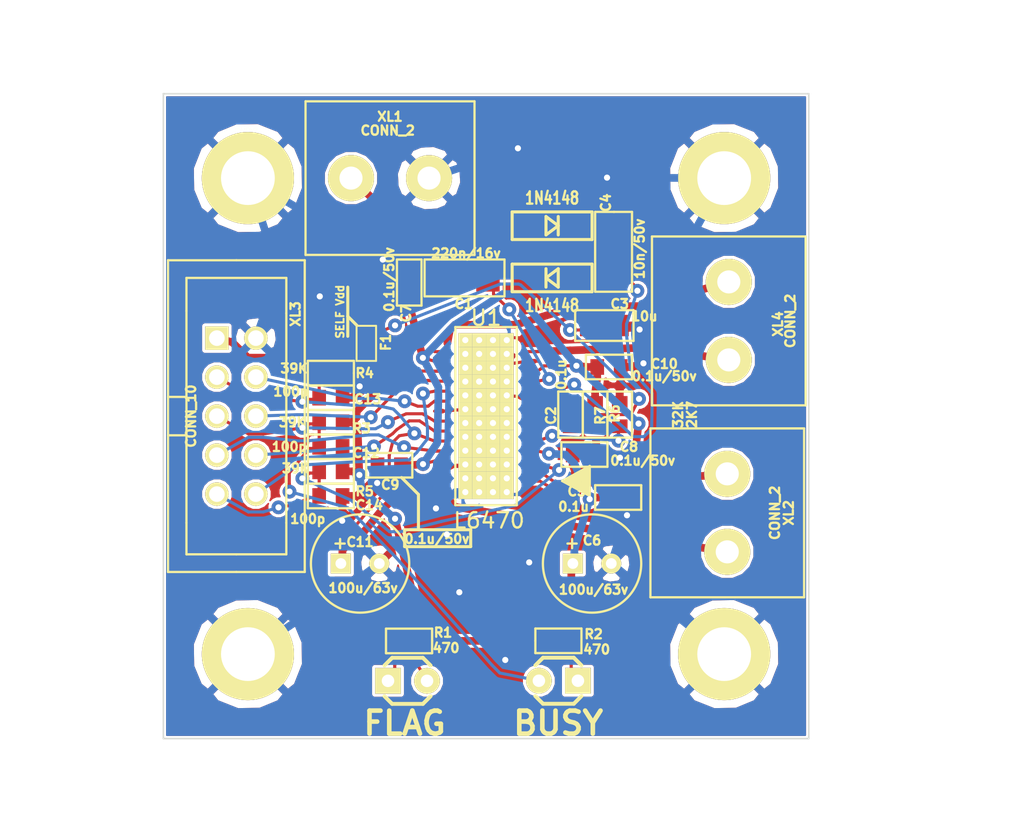
<source format=kicad_pcb>
(kicad_pcb (version 3) (host pcbnew "(2013-05-31 BZR 4019)-stable")
  (layers (15 F.Cu signal) (0 B.Cu signal) (18 B.Paste user) (19 F.Paste user) (20 B.SilkS user) (21 F.SilkS user) (22 B.Mask user) (23 F.Mask user) (28 Edge.Cuts user))
  (net 0 "")
  (net 1 /ADC_IN)
  (net 2 /BUSY/SYNC)
  (net 3 /CK)
  (net 4 /CS)
  (net 5 /EXT_VDD)
  (net 6 /FLAG)
  (net 7 /MISO)
  (net 8 /MOSI)
  (net 9 /Mtr1A)
  (net 10 /Mtr1B)
  (net 11 /Mtr2A)
  (net 12 /Mtr2B)
  (net 13 /STBY/RST)
  (net 14 /STCK)
  (net 15 /Vs)
  (net 16 GND)
  (net 17 N-000001)
  (net 18 N-0000012)
  (net 19 N-0000014)
  (net 20 N-0000017)
  (net 21 N-0000018)
  (net 22 N-000007)
  (module SMD0603_FUSE (layer F.Cu) (at 171.2078 111.2625 270)
    (fp_text reference F1 (at -0.0635 -1.27 270) (layer F.SilkS) (effects (font (size 0.6 0.6))))
    (fp_text value FUSE0R hide)
    (pad 1 smd rect (at -0.58928 0 270) (size 0.98044 1.143) (layers F.Cu F.Paste F.Mask) (net 17 N-000001))
    (pad 2 smd rect (at 0.58928 0 270) (size 0.98044 1.143) (layers F.Cu F.Paste F.Mask) (net 5 /EXT_VDD))
  )
  (module RES_0603 (layer F.Cu) (at 168.9 116.4 180)
    (fp_text reference R3 (at -2 -0.4 180) (layer F.SilkS) (effects (font (size 0.6 0.6))))
    (fp_text value 39K (at 2.5 0 180) (layer F.SilkS) (effects (font (size 0.6 0.6))))
    (pad 1 smd rect (at -0.762 0 180) (size 0.889 1.016) (layers F.Cu F.Paste F.Mask) (net 5 /EXT_VDD))
    (pad 2 smd rect (at 0.762 0 180) (size 0.889 1.016) (layers F.Cu F.Paste F.Mask) (net 2 /BUSY/SYNC))
  )
  (module RES_0603 (layer F.Cu) (at 187.7 115.9 90)
    (fp_text reference R7 (at -0.0635 -1.27 90) (layer F.SilkS) (effects (font (size 0.6 0.6))))
    (fp_text value 2K7 (at 0 4.7 90) (layer F.SilkS) (effects (font (size 0.6 0.6))))
    (pad 1 smd rect (at -0.762 0 90) (size 0.889 1.016) (layers F.Cu F.Paste F.Mask) (net 1 /ADC_IN))
    (pad 2 smd rect (at 0.762 0 90) (size 0.889 1.016) (layers F.Cu F.Paste F.Mask) (net 16 GND))
  )
  (module RES_0603 (layer F.Cu) (at 186.1 115.9 270)
    (fp_text reference R6 (at -0.0635 -1.27 270) (layer F.SilkS) (effects (font (size 0.6 0.6))))
    (fp_text value 32K (at 0 -5.4 270) (layer F.SilkS) (effects (font (size 0.6 0.6))))
    (pad 1 smd rect (at -0.762 0 270) (size 0.889 1.016) (layers F.Cu F.Paste F.Mask) (net 15 /Vs))
    (pad 2 smd rect (at 0.762 0 270) (size 0.889 1.016) (layers F.Cu F.Paste F.Mask) (net 1 /ADC_IN))
  )
  (module RES_0603 (layer F.Cu) (at 183.7098 130.6343)
    (fp_text reference R2 (at 2.2902 -0.4343) (layer F.SilkS) (effects (font (size 0.6 0.6))))
    (fp_text value 470 (at 2.4902 0.5657) (layer F.SilkS) (effects (font (size 0.6 0.6))))
    (pad 1 smd rect (at -0.762 0) (size 0.889 1.016) (layers F.Cu F.Paste F.Mask) (net 5 /EXT_VDD))
    (pad 2 smd rect (at 0.762 0) (size 0.889 1.016) (layers F.Cu F.Paste F.Mask) (net 22 N-000007))
  )
  (module RES_0603 (layer F.Cu) (at 173.9886 130.6415 180)
    (fp_text reference R1 (at -2.2114 0.5415 180) (layer F.SilkS) (effects (font (size 0.6 0.6))))
    (fp_text value 470 (at -2.4114 -0.4585 180) (layer F.SilkS) (effects (font (size 0.6 0.6))))
    (pad 1 smd rect (at -0.762 0 180) (size 0.889 1.016) (layers F.Cu F.Paste F.Mask) (net 5 /EXT_VDD))
    (pad 2 smd rect (at 0.762 0 180) (size 0.889 1.016) (layers F.Cu F.Paste F.Mask) (net 18 N-0000012))
  )
  (module RES_0603 (layer F.Cu) (at 168.9 119.6 180)
    (fp_text reference R5 (at -2.2 -1.3 180) (layer F.SilkS) (effects (font (size 0.6 0.6))))
    (fp_text value 39K (at 2.3 0.2 180) (layer F.SilkS) (effects (font (size 0.6 0.6))))
    (pad 1 smd rect (at -0.762 0 180) (size 0.889 1.016) (layers F.Cu F.Paste F.Mask) (net 5 /EXT_VDD))
    (pad 2 smd rect (at 0.762 0 180) (size 0.889 1.016) (layers F.Cu F.Paste F.Mask) (net 13 /STBY/RST))
  )
  (module RES_0603 (layer F.Cu) (at 168.9 113.2 180)
    (fp_text reference R4 (at -2.2 0 180) (layer F.SilkS) (effects (font (size 0.6 0.6))))
    (fp_text value 39K (at 2.4 0.3 180) (layer F.SilkS) (effects (font (size 0.6 0.6))))
    (pad 1 smd rect (at -0.762 0 180) (size 0.889 1.016) (layers F.Cu F.Paste F.Mask) (net 5 /EXT_VDD))
    (pad 2 smd rect (at 0.762 0 180) (size 0.889 1.016) (layers F.Cu F.Paste F.Mask) (net 6 /FLAG))
  )
  (module HTSSOP28 (layer F.Cu) (at 179 116)
    (fp_text reference U1 (at 0 -6.4) (layer F.SilkS))
    (fp_text value L6470 (at 0.2 6.8) (layer F.SilkS))
    (pad 1 smd rect (at 3 4.225) (size 0.9 0.2) (layers F.Cu F.Paste F.Mask) (net 9 /Mtr1A))
    (pad 2 smd oval (at 3 3.575) (size 0.9 0.2) (layers F.Cu F.Paste F.Mask) (net 15 /Vs))
    (pad 3 smd oval (at 3 2.925) (size 0.9 0.2) (layers F.Cu F.Paste F.Mask) (net 13 /STBY/RST))
    (pad 4 smd oval (at 3 2.275) (size 0.9 0.2) (layers F.Cu F.Paste F.Mask) (net 5 /EXT_VDD))
    (pad 5 smd oval (at 3 1.625) (size 0.9 0.2) (layers F.Cu F.Paste F.Mask) (net 1 /ADC_IN))
    (pad 6 smd oval (at 3 0.975) (size 0.9 0.2) (layers F.Cu F.Paste F.Mask) (net 17 N-000001))
    (pad 7 smd oval (at 3 0.325) (size 0.9 0.2) (layers F.Cu F.Paste F.Mask))
    (pad 8 smd oval (at 3 -0.325) (size 0.9 0.2) (layers F.Cu F.Paste F.Mask))
    (pad 9 smd oval (at 3 -0.975) (size 0.9 0.2) (layers F.Cu F.Paste F.Mask) (net 16 GND))
    (pad 10 smd oval (at 3 -1.625) (size 0.9 0.2) (layers F.Cu F.Paste F.Mask) (net 20 N-0000017))
    (pad 11 smd oval (at 3 -2.275) (size 0.9 0.2) (layers F.Cu F.Paste F.Mask) (net 21 N-0000018))
    (pad 12 smd oval (at 3 -2.925) (size 0.9 0.2) (layers F.Cu F.Paste F.Mask) (net 15 /Vs))
    (pad 13 smd oval (at 3 -3.575) (size 0.9 0.2) (layers F.Cu F.Paste F.Mask) (net 16 GND))
    (pad 14 smd oval (at 3 -4.2) (size 0.9 0.2) (layers F.Cu F.Paste F.Mask) (net 10 /Mtr1B))
    (pad 15 smd oval (at -3 -4.2) (size 0.9 0.2) (layers F.Cu F.Paste F.Mask) (net 12 /Mtr2B))
    (pad 16 smd oval (at -3 -3.575) (size 0.9 0.2) (layers F.Cu F.Paste F.Mask) (net 15 /Vs))
    (pad 17 smd oval (at -3 -2.925) (size 0.9 0.2) (layers F.Cu F.Paste F.Mask) (net 5 /EXT_VDD))
    (pad 18 smd oval (at -3 -2.275) (size 0.9 0.2) (layers F.Cu F.Paste F.Mask) (net 7 /MISO))
    (pad 19 smd oval (at -3 -1.625) (size 0.9 0.2) (layers F.Cu F.Paste F.Mask) (net 3 /CK))
    (pad 20 smd oval (at -3 -0.975) (size 0.9 0.2) (layers F.Cu F.Paste F.Mask) (net 8 /MOSI))
    (pad 21 smd oval (at -3 -0.325) (size 0.9 0.2) (layers F.Cu F.Paste F.Mask) (net 16 GND))
    (pad 22 smd oval (at -3 0.325) (size 0.9 0.2) (layers F.Cu F.Paste F.Mask) (net 2 /BUSY/SYNC))
    (pad 23 smd oval (at -3 0.975) (size 0.9 0.2) (layers F.Cu F.Paste F.Mask) (net 4 /CS))
    (pad 24 smd oval (at -3 1.625) (size 0.9 0.2) (layers F.Cu F.Paste F.Mask) (net 6 /FLAG))
    (pad 25 smd oval (at -3 2.275) (size 0.9 0.2) (layers F.Cu F.Paste F.Mask) (net 14 /STCK))
    (pad 26 smd oval (at -3 2.925) (size 0.9 0.2) (layers F.Cu F.Paste F.Mask) (net 15 /Vs))
    (pad 27 smd oval (at -3 3.575) (size 0.9 0.2) (layers F.Cu F.Paste F.Mask) (net 16 GND))
    (pad 28 smd oval (at -3 4.225) (size 0.9 0.2) (layers F.Cu F.Paste F.Mask) (net 11 /Mtr2A))
    (pad PAD thru_hole rect (at -0.45 0.45) (size 0.9 0.9) (drill 0.4) (layers *.Cu *.Mask F.SilkS) (net 16 GND))
    (pad PAD thru_hole rect (at -1.35 0.45) (size 0.9 0.9) (drill 0.4) (layers *.Cu *.Mask F.SilkS) (net 16 GND))
    (pad PAD thru_hole rect (at -1.35 -0.45) (size 0.9 0.9) (drill 0.4) (layers *.Cu *.Mask F.SilkS) (net 16 GND))
    (pad PAD thru_hole rect (at -1.35 -1.35) (size 0.9 0.9) (drill 0.4) (layers *.Cu *.Mask F.SilkS) (net 16 GND))
    (pad PAD thru_hole rect (at -1.35 -2.25) (size 0.9 0.9) (drill 0.4) (layers *.Cu *.Mask F.SilkS) (net 16 GND))
    (pad PAD thru_hole rect (at -1.35 -3.15) (size 0.9 0.9) (drill 0.4) (layers *.Cu *.Mask F.SilkS) (net 16 GND))
    (pad PAD thru_hole rect (at -1.35 -4.05) (size 0.9 0.9) (drill 0.4) (layers *.Cu *.Mask F.SilkS) (net 16 GND))
    (pad PAD thru_hole rect (at -1.35 -4.95) (size 0.9 0.9) (drill 0.4) (layers *.Cu *.Mask F.SilkS) (net 16 GND))
    (pad PAD thru_hole rect (at -0.45 -4.95) (size 0.9 0.9) (drill 0.4) (layers *.Cu *.Mask F.SilkS) (net 16 GND))
    (pad PAD thru_hole rect (at -0.45 -4.05) (size 0.9 0.9) (drill 0.4) (layers *.Cu *.Mask F.SilkS) (net 16 GND))
    (pad PAD thru_hole rect (at -0.45 -3.15) (size 0.9 0.9) (drill 0.4) (layers *.Cu *.Mask F.SilkS) (net 16 GND))
    (pad PAD thru_hole rect (at -0.45 -2.25) (size 0.9 0.9) (drill 0.4) (layers *.Cu *.Mask F.SilkS) (net 16 GND))
    (pad PAD thru_hole rect (at -0.45 -1.35) (size 0.9 0.9) (drill 0.4) (layers *.Cu *.Mask F.SilkS) (net 16 GND))
    (pad PAD thru_hole rect (at -0.45 -0.45) (size 0.9 0.9) (drill 0.4) (layers *.Cu *.Mask F.SilkS) (net 16 GND))
    (pad PAD thru_hole rect (at 0.45 -4.95) (size 0.9 0.9) (drill 0.4) (layers *.Cu *.Mask F.SilkS) (net 16 GND))
    (pad PAD thru_hole rect (at 1.35 -4.95) (size 0.9 0.9) (drill 0.4) (layers *.Cu *.Mask F.SilkS) (net 16 GND))
    (pad PAD thru_hole rect (at 1.35 -4.05) (size 0.9 0.9) (drill 0.4) (layers *.Cu *.Mask F.SilkS) (net 16 GND))
    (pad PAD thru_hole rect (at 0.45 -4.05) (size 0.9 0.9) (drill 0.4) (layers *.Cu *.Mask F.SilkS) (net 16 GND))
    (pad PAD thru_hole rect (at 0.45 -3.15) (size 0.9 0.9) (drill 0.4) (layers *.Cu *.Mask F.SilkS) (net 16 GND))
    (pad PAD thru_hole rect (at 1.35 -3.15) (size 0.9 0.9) (drill 0.4) (layers *.Cu *.Mask F.SilkS) (net 16 GND))
    (pad PAD thru_hole rect (at 1.35 -2.25) (size 0.9 0.9) (drill 0.4) (layers *.Cu *.Mask F.SilkS) (net 16 GND))
    (pad PAD thru_hole rect (at 0.45 -2.25) (size 0.9 0.9) (drill 0.4) (layers *.Cu *.Mask F.SilkS) (net 16 GND))
    (pad PAD thru_hole rect (at 0.45 -1.35) (size 0.9 0.9) (drill 0.4) (layers *.Cu *.Mask F.SilkS) (net 16 GND))
    (pad PAD thru_hole rect (at 1.35 -1.35) (size 0.9 0.9) (drill 0.4) (layers *.Cu *.Mask F.SilkS) (net 16 GND))
    (pad PAD thru_hole rect (at 1.35 -0.45) (size 0.9 0.9) (drill 0.4) (layers *.Cu *.Mask F.SilkS) (net 16 GND))
    (pad PAD thru_hole rect (at 0.45 -0.45) (size 0.9 0.9) (drill 0.4) (layers *.Cu *.Mask F.SilkS) (net 16 GND))
    (pad PAD thru_hole rect (at 0.45 0.45) (size 0.9 0.9) (drill 0.4) (layers *.Cu *.Mask F.SilkS) (net 16 GND))
    (pad PAD thru_hole rect (at 1.35 0.45) (size 0.9 0.9) (drill 0.4) (layers *.Cu *.Mask F.SilkS) (net 16 GND))
    (pad PAD thru_hole rect (at 1.35 1.35) (size 0.9 0.9) (drill 0.4) (layers *.Cu *.Mask F.SilkS) (net 16 GND))
    (pad PAD thru_hole rect (at 0.45 1.35) (size 0.9 0.9) (drill 0.4) (layers *.Cu *.Mask F.SilkS) (net 16 GND))
    (pad PAD thru_hole rect (at -0.45 1.35) (size 0.9 0.9) (drill 0.4) (layers *.Cu *.Mask F.SilkS) (net 16 GND))
    (pad PAD thru_hole rect (at -1.35 1.35) (size 0.9 0.9) (drill 0.4) (layers *.Cu *.Mask F.SilkS) (net 16 GND))
    (pad PAD thru_hole rect (at -1.35 2.25) (size 0.9 0.9) (drill 0.4) (layers *.Cu *.Mask F.SilkS) (net 16 GND))
    (pad PAD thru_hole rect (at -0.45 2.25) (size 0.9 0.9) (drill 0.4) (layers *.Cu *.Mask F.SilkS) (net 16 GND))
    (pad PAD thru_hole rect (at 0.45 2.25) (size 0.9 0.9) (drill 0.4) (layers *.Cu *.Mask F.SilkS) (net 16 GND))
    (pad PAD thru_hole rect (at 1.35 2.25) (size 0.9 0.9) (drill 0.4) (layers *.Cu *.Mask F.SilkS) (net 16 GND))
    (pad PAD thru_hole rect (at 1.35 3.15) (size 0.9 0.9) (drill 0.4) (layers *.Cu *.Mask F.SilkS) (net 16 GND))
    (pad PAD thru_hole rect (at 0.45 3.15) (size 0.9 0.9) (drill 0.4) (layers *.Cu *.Mask F.SilkS) (net 16 GND))
    (pad PAD thru_hole rect (at -0.45 3.15) (size 0.9 0.9) (drill 0.4) (layers *.Cu *.Mask F.SilkS) (net 16 GND))
    (pad PAD thru_hole rect (at -1.35 3.15) (size 0.9 0.9) (drill 0.4) (layers *.Cu *.Mask F.SilkS) (net 16 GND))
    (pad PAD thru_hole rect (at -1.35 4.05) (size 0.9 0.9) (drill 0.4) (layers *.Cu *.Mask F.SilkS) (net 16 GND))
    (pad PAD thru_hole rect (at -0.45 4.05) (size 0.9 0.9) (drill 0.4) (layers *.Cu *.Mask F.SilkS) (net 16 GND))
    (pad PAD thru_hole rect (at 0.45 4.05) (size 0.9 0.9) (drill 0.4) (layers *.Cu *.Mask F.SilkS) (net 16 GND))
    (pad PAD thru_hole rect (at 1.35 4.05) (size 0.9 0.9) (drill 0.4) (layers *.Cu *.Mask F.SilkS) (net 16 GND))
    (pad PAD thru_hole rect (at 1.35 4.95) (size 0.9 0.9) (drill 0.4) (layers *.Cu *.Mask F.SilkS) (net 16 GND))
    (pad PAD thru_hole rect (at 0.45 4.95) (size 0.9 0.9) (drill 0.4) (layers *.Cu *.Mask F.SilkS) (net 16 GND))
    (pad PAD thru_hole rect (at -0.45 4.95) (size 0.9 0.9) (drill 0.4) (layers *.Cu *.Mask F.SilkS) (net 16 GND))
    (pad PAD thru_hole rect (at -1.35 4.95) (size 0.9 0.9) (drill 0.4) (layers *.Cu *.Mask F.SilkS) (net 16 GND))
  )
  (module Hole3_5_out6mm (layer F.Cu) (at 163.5 100.5)
    (fp_text reference HOLE4 hide)
    (fp_text value HOLE_METALLED (at -0.09906 -3.2004) (layer F.SilkS) (effects (font (size 0.127 0.127) (thickness 0.00254))))
    (pad Hle thru_hole circle (at 0 0) (size 5.99948 5.99948) (drill 3.50012) (layers *.Cu *.Mask F.SilkS) (net 16 GND))
  )
  (module Hole3_5_out6mm (layer F.Cu) (at 194.5 100.5)
    (fp_text reference HOLE3 hide)
    (fp_text value HOLE_METALLED (at -0.09906 -3.2004) (layer F.SilkS) (effects (font (size 0.127 0.127) (thickness 0.00254))))
    (pad Hle thru_hole circle (at 0 0) (size 5.99948 5.99948) (drill 3.50012) (layers *.Cu *.Mask F.SilkS) (net 16 GND))
  )
  (module Hole3_5_out6mm (layer F.Cu) (at 194.5 131.5)
    (fp_text reference HOLE2 hide)
    (fp_text value HOLE_METALLED (at -0.09906 -3.2004) (layer F.SilkS) (effects (font (size 0.127 0.127) (thickness 0.00254))))
    (pad Hle thru_hole circle (at 0 0) (size 5.99948 5.99948) (drill 3.50012) (layers *.Cu *.Mask F.SilkS) (net 16 GND))
  )
  (module Hole3_5_out6mm (layer F.Cu) (at 163.5 131.5)
    (fp_text reference HOLE1 hide)
    (fp_text value HOLE_METALLED (at -0.09906 -3.2004) (layer F.SilkS) (effects (font (size 0.127 0.127) (thickness 0.00254))))
    (pad Hle thru_hole circle (at 0 0) (size 5.99948 5.99948) (drill 3.50012) (layers *.Cu *.Mask F.SilkS) (net 16 GND))
  )
  (module DIODE_SOD80C (layer F.Cu) (at 183.3 107)
    (fp_text reference D3 hide)
    (fp_text value 1N4148 (at 0 1.8) (layer F.SilkS) (effects (font (size 0.8001 0.59944) (thickness 0.14986))))
    (pad A smd rect (at 1.69926 0) (size 1.6002 1.6002) (layers F.Cu F.Paste F.Mask) (net 19 N-0000014))
    (pad C smd rect (at -1.69926 0) (size 1.6002 1.6002) (layers F.Cu F.Paste F.Mask) (net 21 N-0000018))
  )
  (module DIODE_SOD80C (layer F.Cu) (at 183.3 103.6 180)
    (fp_text reference D4 hide)
    (fp_text value 1N4148 (at 0 1.80086 180) (layer F.SilkS) (effects (font (size 0.8001 0.59944) (thickness 0.14986))))
    (pad A smd rect (at 1.69926 0 180) (size 1.6002 1.6002) (layers F.Cu F.Paste F.Mask) (net 15 /Vs))
    (pad C smd rect (at -1.69926 0 180) (size 1.6002 1.6002) (layers F.Cu F.Paste F.Mask) (net 19 N-0000014))
  )
  (module CONN_KF128D_2 (layer F.Cu) (at 194.7 122.3 270)
    (fp_text reference XL2 (at 0 -4.0005 270) (layer F.SilkS) (effects (font (size 0.59944 0.59944) (thickness 0.14986))))
    (fp_text value CONN_2 (at 0 -3.1 270) (layer F.SilkS) (effects (font (size 0.59944 0.59944) (thickness 0.14986))))
    (pad 1 thru_hole circle (at -2.54 0 270) (size 2.99974 2.99974) (drill 1.50114) (layers *.Cu *.Mask F.SilkS) (net 9 /Mtr1A))
    (pad 2 thru_hole circle (at 2.54 0 270) (size 2.99974 2.99974) (drill 1.50114) (layers *.Cu *.Mask F.SilkS) (net 11 /Mtr2A))
  )
  (module CONN_KF128D_2 (layer F.Cu) (at 194.8 109.8 90)
    (fp_text reference XL4 (at -0.2 3.2 90) (layer F.SilkS) (effects (font (size 0.59944 0.59944) (thickness 0.14986))))
    (fp_text value CONN_2 (at 0 4.0005 90) (layer F.SilkS) (effects (font (size 0.59944 0.59944) (thickness 0.14986))))
    (pad 1 thru_hole circle (at -2.54 0 90) (size 2.99974 2.99974) (drill 1.50114) (layers *.Cu *.Mask F.SilkS) (net 10 /Mtr1B))
    (pad 2 thru_hole circle (at 2.54 0 90) (size 2.99974 2.99974) (drill 1.50114) (layers *.Cu *.Mask F.SilkS) (net 12 /Mtr2B))
  )
  (module CONN_KF128D_2 (layer F.Cu) (at 172.75 100.5)
    (fp_text reference XL1 (at 0 -4.0005) (layer F.SilkS) (effects (font (size 0.59944 0.59944) (thickness 0.14986))))
    (fp_text value CONN_2 (at -0.15 -3.1) (layer F.SilkS) (effects (font (size 0.59944 0.59944) (thickness 0.14986))))
    (pad 1 thru_hole circle (at -2.54 0) (size 2.99974 2.99974) (drill 1.50114) (layers *.Cu *.Mask F.SilkS) (net 15 /Vs))
    (pad 2 thru_hole circle (at 2.54 0) (size 2.99974 2.99974) (drill 1.50114) (layers *.Cu *.Mask F.SilkS) (net 16 GND))
  )
  (module CAP_06xxR (layer F.Cu) (at 185.9 125.6)
    (fp_text reference C6 (at 0 -1.5) (layer F.SilkS) (effects (font (size 0.6 0.6))))
    (fp_text value 100u/63v (at 0.1 1.7) (layer F.SilkS) (effects (font (size 0.6 0.6))))
    (pad 1 thru_hole rect (at -1.25 0) (size 1.3 1.3) (drill 0.7) (layers *.Cu *.Mask F.SilkS) (net 5 /EXT_VDD))
    (pad 2 thru_hole circle (at 1.25 0) (size 1.3 1.3) (drill 0.7) (layers *.Cu *.Mask F.SilkS) (net 16 GND))
  )
  (module CAP_06xxR (layer F.Cu) (at 170.8 125.6)
    (fp_text reference C11 (at 0 -1.4) (layer F.SilkS) (effects (font (size 0.6 0.6))))
    (fp_text value 100u/63v (at 0.2 1.6) (layer F.SilkS) (effects (font (size 0.6 0.6))))
    (pad 1 thru_hole rect (at -1.25 0) (size 1.3 1.3) (drill 0.7) (layers *.Cu *.Mask F.SilkS) (net 15 /Vs))
    (pad 2 thru_hole circle (at 1.25 0) (size 1.3 1.3) (drill 0.7) (layers *.Cu *.Mask F.SilkS) (net 16 GND))
  )
  (module CAP_0603 (layer F.Cu) (at 172.7 119.2 180)
    (fp_text reference C9 (at -0.0635 -1.27 180) (layer F.SilkS) (effects (font (size 0.6 0.6))))
    (fp_text value 0.1u/50v (at -3.1 -4.8 180) (layer F.SilkS) (effects (font (size 0.6 0.6))))
    (pad 1 smd rect (at -0.762 0 180) (size 0.889 1.016) (layers F.Cu F.Paste F.Mask) (net 15 /Vs))
    (pad 2 smd rect (at 0.762 0 180) (size 0.889 1.016) (layers F.Cu F.Paste F.Mask) (net 16 GND))
  )
  (module CAP_0603 (layer F.Cu) (at 168.9 118)
    (fp_text reference C12 (at 2.3 0.4) (layer F.SilkS) (effects (font (size 0.6 0.6))))
    (fp_text value 100p (at -2.7 0) (layer F.SilkS) (effects (font (size 0.6 0.6))))
    (pad 1 smd rect (at -0.762 0) (size 0.889 1.016) (layers F.Cu F.Paste F.Mask) (net 2 /BUSY/SYNC))
    (pad 2 smd rect (at 0.762 0) (size 0.889 1.016) (layers F.Cu F.Paste F.Mask) (net 16 GND))
  )
  (module CAP_0603 (layer F.Cu) (at 185.4018 118.5)
    (fp_text reference C8 (at 2.8982 -0.5) (layer F.SilkS) (effects (font (size 0.6 0.6))))
    (fp_text value 0.1u/50v (at 3.7982 0.4) (layer F.SilkS) (effects (font (size 0.6 0.6))))
    (pad 1 smd rect (at -0.762 0) (size 0.889 1.016) (layers F.Cu F.Paste F.Mask) (net 15 /Vs))
    (pad 2 smd rect (at 0.762 0) (size 0.889 1.016) (layers F.Cu F.Paste F.Mask) (net 16 GND))
  )
  (module CAP_0603 (layer F.Cu) (at 174 107.3 90)
    (fp_text reference C7 (at -2 -0.2 90) (layer F.SilkS) (effects (font (size 0.6 0.6))))
    (fp_text value 0.1u/50v (at 0.2 -1.3 90) (layer F.SilkS) (effects (font (size 0.6 0.6))))
    (pad 1 smd rect (at -0.762 0 90) (size 0.889 1.016) (layers F.Cu F.Paste F.Mask) (net 15 /Vs))
    (pad 2 smd rect (at 0.762 0 90) (size 0.889 1.016) (layers F.Cu F.Paste F.Mask) (net 16 GND))
  )
  (module CAP_0603 (layer F.Cu) (at 187 112.8)
    (fp_text reference C10 (at 3.6 -0.2) (layer F.SilkS) (effects (font (size 0.6 0.6))))
    (fp_text value 0.1u/50v (at 3.6 0.6) (layer F.SilkS) (effects (font (size 0.6 0.6))))
    (pad 1 smd rect (at -0.762 0) (size 0.889 1.016) (layers F.Cu F.Paste F.Mask) (net 15 /Vs))
    (pad 2 smd rect (at 0.762 0) (size 0.889 1.016) (layers F.Cu F.Paste F.Mask) (net 16 GND))
  )
  (module CAP_0603 (layer F.Cu) (at 168.9 121.2)
    (fp_text reference C14 (at 2.5 0.6) (layer F.SilkS) (effects (font (size 0.6 0.6))))
    (fp_text value 100p (at -1.5 1.5) (layer F.SilkS) (effects (font (size 0.6 0.6))))
    (pad 1 smd rect (at -0.762 0) (size 0.889 1.016) (layers F.Cu F.Paste F.Mask) (net 13 /STBY/RST))
    (pad 2 smd rect (at 0.762 0) (size 0.889 1.016) (layers F.Cu F.Paste F.Mask) (net 16 GND))
  )
  (module CAP_0603 (layer F.Cu) (at 168.9 114.8)
    (fp_text reference C13 (at 2.4 0.1) (layer F.SilkS) (effects (font (size 0.6 0.6))))
    (fp_text value 100p (at -2.6 -0.4) (layer F.SilkS) (effects (font (size 0.6 0.6))))
    (pad 1 smd rect (at -0.762 0) (size 0.889 1.016) (layers F.Cu F.Paste F.Mask) (net 6 /FLAG))
    (pad 2 smd rect (at 0.762 0) (size 0.889 1.016) (layers F.Cu F.Paste F.Mask) (net 16 GND))
  )
  (module CAP_0603 (layer F.Cu) (at 187.6 121.3)
    (fp_text reference C5 (at -2.7 -0.4) (layer F.SilkS) (effects (font (size 0.6 0.6))))
    (fp_text value 0.1u (at -2.9 0.6) (layer F.SilkS) (effects (font (size 0.6 0.6))))
    (pad 1 smd rect (at -0.762 0) (size 0.889 1.016) (layers F.Cu F.Paste F.Mask) (net 5 /EXT_VDD))
    (pad 2 smd rect (at 0.762 0) (size 0.889 1.016) (layers F.Cu F.Paste F.Mask) (net 16 GND))
  )
  (module CAP_0603 (layer F.Cu) (at 184.5 115.9 90)
    (fp_text reference C2 (at -0.0635 -1.27 90) (layer F.SilkS) (effects (font (size 0.6 0.6))))
    (fp_text value 0.1u (at 2.6 -0.6 90) (layer F.SilkS) (effects (font (size 0.6 0.6))))
    (pad 1 smd rect (at -0.762 0 90) (size 0.889 1.016) (layers F.Cu F.Paste F.Mask) (net 17 N-000001))
    (pad 2 smd rect (at 0.762 0 90) (size 0.889 1.016) (layers F.Cu F.Paste F.Mask) (net 16 GND))
  )
  (module CONN_IDC_2X5 (layer F.Cu) (at 162.75 116 270)
    (fp_text reference XL3 (at -6.65 -3.85 270) (layer F.SilkS) (effects (font (size 0.59944 0.59944) (thickness 0.14986))))
    (fp_text value CONN_10 (at 0 2.95 270) (layer F.SilkS) (effects (font (size 0.59944 0.59944) (thickness 0.14986))))
    (pad 1 thru_hole rect (at -5.08 1.27 270) (size 1.524 1.524) (drill 1.016) (layers *.Cu *.Mask F.SilkS) (net 5 /EXT_VDD))
    (pad 2 thru_hole circle (at -5.08 -1.27 270) (size 1.524 1.524) (drill 1.016) (layers *.Cu *.Mask F.SilkS) (net 16 GND))
    (pad 3 thru_hole circle (at -2.54 1.27 270) (size 1.524 1.524) (drill 1.016) (layers *.Cu *.Mask F.SilkS) (net 6 /FLAG))
    (pad 4 thru_hole circle (at -2.54 -1.27 270) (size 1.524 1.524) (drill 1.016) (layers *.Cu *.Mask F.SilkS) (net 8 /MOSI))
    (pad 5 thru_hole circle (at 0 1.27 270) (size 1.524 1.524) (drill 1.016) (layers *.Cu *.Mask F.SilkS) (net 2 /BUSY/SYNC))
    (pad 6 thru_hole circle (at 0 -1.27 270) (size 1.524 1.524) (drill 1.016) (layers *.Cu *.Mask F.SilkS) (net 7 /MISO))
    (pad 7 thru_hole circle (at 2.54 1.27 270) (size 1.524 1.524) (drill 1.016) (layers *.Cu *.Mask F.SilkS) (net 14 /STCK))
    (pad 8 thru_hole circle (at 2.54 -1.27 270) (size 1.524 1.524) (drill 1.016) (layers *.Cu *.Mask F.SilkS) (net 4 /CS))
    (pad 9 thru_hole circle (at 5.08 1.27 270) (size 1.524 1.524) (drill 1.016) (layers *.Cu *.Mask F.SilkS) (net 13 /STBY/RST))
    (pad 10 thru_hole circle (at 5.08 -1.27 270) (size 1.524 1.524) (drill 1.016) (layers *.Cu *.Mask F.SilkS) (net 3 /CK))
  )
  (module LED-3MM (layer F.Cu) (at 173.8886 133.2415)
    (fp_text reference D1 hide)
    (fp_text value LED hide)
    (pad A thru_hole rect (at -1.27 0) (size 1.6764 1.6764) (drill 0.8128) (layers *.Cu *.Mask F.SilkS) (net 18 N-0000012))
    (pad C thru_hole circle (at 1.27 0) (size 1.6764 1.6764) (drill 0.8128) (layers *.Cu *.Mask F.SilkS) (net 6 /FLAG))
  )
  (module LED-3MM (layer F.Cu) (at 183.7098 133.2343 180)
    (fp_text reference D2 hide)
    (fp_text value LED hide)
    (pad A thru_hole rect (at -1.27 0 180) (size 1.6764 1.6764) (drill 0.8128) (layers *.Cu *.Mask F.SilkS) (net 22 N-000007))
    (pad C thru_hole circle (at 1.27 0 180) (size 1.6764 1.6764) (drill 0.8128) (layers *.Cu *.Mask F.SilkS) (net 2 /BUSY/SYNC))
  )
  (module CAP_1206 (layer F.Cu) (at 177.6 107 180)
    (fp_text reference C1 (at 0.05 -1.7 180) (layer F.SilkS) (effects (font (size 0.6 0.6))))
    (fp_text value 220n/16v (at -0.1 1.6 180) (layer F.SilkS) (effects (font (size 0.6 0.6))))
    (pad 1 smd rect (at -1.524 0 180) (size 1.524 1.778) (layers F.Cu F.Paste F.Mask) (net 21 N-0000018))
    (pad 2 smd rect (at 1.524 0 180) (size 1.524 1.778) (layers F.Cu F.Paste F.Mask) (net 15 /Vs))
  )
  (module CAP_0805 (layer F.Cu) (at 186.7 110.1)
    (fp_text reference C3 (at 1 -1.4) (layer F.SilkS) (effects (font (size 0.6 0.6))))
    (fp_text value 10u (at 2.6 -0.6) (layer F.SilkS) (effects (font (size 0.6 0.6))))
    (pad 1 smd rect (at -1.016 0) (size 1.143 1.397) (layers F.Cu F.Paste F.Mask) (net 17 N-000001))
    (pad 2 smd rect (at 1.016 0) (size 1.143 1.397) (layers F.Cu F.Paste F.Mask) (net 16 GND))
  )
  (module CAP_1206 (layer F.Cu) (at 187.3 105.3 270)
    (fp_text reference C4 (at -3.2 0.5 270) (layer F.SilkS) (effects (font (size 0.6 0.6))))
    (fp_text value 10n/50v (at -0.2 -1.7 270) (layer F.SilkS) (effects (font (size 0.6 0.6))))
    (pad 1 smd rect (at -1.524 0 270) (size 1.524 1.778) (layers F.Cu F.Paste F.Mask) (net 19 N-0000014))
    (pad 2 smd rect (at 1.524 0 270) (size 1.524 1.778) (layers F.Cu F.Paste F.Mask) (net 20 N-0000017))
  )
  (gr_line (start 170 109.5) (end 170 110.8) (angle 90) (layer F.SilkS) (width 0.2))
  (gr_line (start 170 109.5) (end 170 107.6) (angle 90) (layer F.SilkS) (width 0.2))
  (gr_line (start 170.6 110.1) (end 170 109.5) (angle 90) (layer F.SilkS) (width 0.2))
  (gr_text "SELF Vdd\n" (at 169.5 109.2 90) (layer F.SilkS) (effects (font (size 0.5 0.5) (thickness 0.125))))
  (gr_text BUSY (at 183.7 136) (layer F.SilkS) (effects (font (size 1.5 1.5) (thickness 0.3))))
  (gr_text FLAG (at 173.7 136) (layer F.SilkS) (effects (font (size 1.5 1.5) (thickness 0.3))))
  (gr_line (start 174.6 123.4) (end 174.6 123.2) (angle 90) (layer F.SilkS) (width 0.2))
  (gr_line (start 173.7 124.5) (end 173.7 123.4) (angle 90) (layer F.SilkS) (width 0.2))
  (gr_line (start 178 124.5) (end 173.7 124.5) (angle 90) (layer F.SilkS) (width 0.2))
  (gr_line (start 178 123.4) (end 178 124.5) (angle 90) (layer F.SilkS) (width 0.2))
  (gr_line (start 173.7 123.4) (end 178 123.4) (angle 90) (layer F.SilkS) (width 0.2))
  (gr_line (start 174.6 121.1) (end 173.5 120) (angle 90) (layer F.SilkS) (width 0.2))
  (gr_line (start 174.6 123.2) (end 174.6 121.1) (angle 90) (layer F.SilkS) (width 0.2))
  (gr_line (start 158 137) (end 158 95) (angle 90) (layer Edge.Cuts) (width 0.1))
  (gr_line (start 200 137) (end 158 137) (angle 90) (layer Edge.Cuts) (width 0.1))
  (gr_line (start 200 95) (end 200 137) (angle 90) (layer Edge.Cuts) (width 0.1))
  (gr_line (start 158 95) (end 200 95) (angle 90) (layer Edge.Cuts) (width 0.1))
  (via (at 183.2956 117.2848) (size 0.9) (layers F.Cu B.Cu) (net 1))
  (via (at 187.6192 117.5988) (size 0.9) (layers F.Cu B.Cu) (net 1))
  (segment (start 183.2956 117.2848) (end 187.6192 117.5988) (width 0.2) (layer B.Cu) (net 1))
  (segment (start 187.292 116.662) (end 187.7 116.662) (width 0.2) (layer F.Cu) (net 1))
  (segment (start 187.192 116.662) (end 187.292 116.662) (width 0.2) (layer F.Cu) (net 1))
  (segment (start 186.608 116.662) (end 187.192 116.662) (width 0.2) (layer F.Cu) (net 1))
  (segment (start 186.508 116.662) (end 186.608 116.662) (width 0.2) (layer F.Cu) (net 1))
  (segment (start 186.1 116.662) (end 186.508 116.662) (width 0.2) (layer F.Cu) (net 1))
  (segment (start 182.35 117.625) (end 183.2956 117.2848) (width 0.2) (layer F.Cu) (net 1))
  (segment (start 182 117.625) (end 182.35 117.625) (width 0.2) (layer F.Cu) (net 1))
  (segment (start 187.6192 117.0065) (end 187.7 116.662) (width 0.2) (layer F.Cu) (net 1))
  (segment (start 187.6192 117.1065) (end 187.6192 117.0065) (width 0.2) (layer F.Cu) (net 1))
  (segment (start 187.6192 117.5988) (end 187.6192 117.1065) (width 0.2) (layer F.Cu) (net 1))
  (via (at 172.6132 116.3915) (size 0.9) (layers F.Cu B.Cu) (net 2))
  (via (at 167.0434 116.7593) (size 0.9) (layers F.Cu B.Cu) (net 2))
  (via (at 166.208 120.9173) (size 0.9) (layers F.Cu B.Cu) (net 2))
  (segment (start 169.9891 121.9648) (end 166.208 120.9173) (width 0.2) (layer B.Cu) (net 2))
  (segment (start 170.4871 122.4628) (end 169.9891 121.9648) (width 0.2) (layer B.Cu) (net 2))
  (segment (start 173.1001 125.165) (end 170.4871 122.4628) (width 0.2) (layer B.Cu) (net 2))
  (segment (start 179.4005 132.2329) (end 173.1001 125.165) (width 0.2) (layer B.Cu) (net 2))
  (segment (start 179.8985 132.7309) (end 179.4005 132.2329) (width 0.2) (layer B.Cu) (net 2))
  (segment (start 182.4398 133.2343) (end 179.8985 132.7309) (width 0.2) (layer B.Cu) (net 2))
  (segment (start 171.1843 116.8247) (end 167.0434 116.7593) (width 0.2) (layer B.Cu) (net 2))
  (segment (start 171.8057 116.8247) (end 171.1843 116.8247) (width 0.2) (layer B.Cu) (net 2))
  (segment (start 172.6132 116.3915) (end 171.8057 116.8247) (width 0.2) (layer B.Cu) (net 2))
  (segment (start 163.5386 117.1621) (end 161.48 116) (width 0.2) (layer F.Cu) (net 2))
  (segment (start 164.5014 117.1621) (end 163.5386 117.1621) (width 0.2) (layer F.Cu) (net 2))
  (segment (start 167.0434 116.7593) (end 164.5014 117.1621) (width 0.2) (layer F.Cu) (net 2))
  (segment (start 167.7935 118.1079) (end 168.138 118) (width 0.2) (layer F.Cu) (net 2))
  (segment (start 167.6935 118.1079) (end 167.7935 118.1079) (width 0.2) (layer F.Cu) (net 2))
  (segment (start 167.5278 118.1079) (end 167.6935 118.1079) (width 0.2) (layer F.Cu) (net 2))
  (segment (start 167.2934 118.3423) (end 167.5278 118.1079) (width 0.2) (layer F.Cu) (net 2))
  (segment (start 166.1933 119.7034) (end 167.2934 118.3423) (width 0.2) (layer F.Cu) (net 2))
  (segment (start 166.1933 120.4076) (end 166.1933 119.7034) (width 0.2) (layer F.Cu) (net 2))
  (segment (start 166.208 120.9173) (end 166.1933 120.4076) (width 0.2) (layer F.Cu) (net 2))
  (segment (start 168.138 116.808) (end 168.138 116.4) (width 0.2) (layer F.Cu) (net 2))
  (segment (start 168.138 116.908) (end 168.138 116.808) (width 0.2) (layer F.Cu) (net 2))
  (segment (start 168.138 117.492) (end 168.138 116.908) (width 0.2) (layer F.Cu) (net 2))
  (segment (start 168.138 117.592) (end 168.138 117.492) (width 0.2) (layer F.Cu) (net 2))
  (segment (start 168.138 118) (end 168.138 117.592) (width 0.2) (layer F.Cu) (net 2))
  (segment (start 172.8089 116.2671) (end 172.6132 116.3915) (width 0.2) (layer F.Cu) (net 2))
  (segment (start 173.8046 115.8502) (end 172.8089 116.2671) (width 0.2) (layer F.Cu) (net 2))
  (segment (start 173.8109 115.8476) (end 173.8046 115.8502) (width 0.2) (layer F.Cu) (net 2))
  (segment (start 174.8617 115.8476) (end 173.8109 115.8476) (width 0.2) (layer F.Cu) (net 2))
  (segment (start 174.868 115.8502) (end 174.8617 115.8476) (width 0.2) (layer F.Cu) (net 2))
  (segment (start 175.65 116.325) (end 174.868 115.8502) (width 0.2) (layer F.Cu) (net 2))
  (segment (start 176 116.325) (end 175.65 116.325) (width 0.2) (layer F.Cu) (net 2))
  (segment (start 167.7935 116.5079) (end 168.138 116.4) (width 0.2) (layer F.Cu) (net 2))
  (segment (start 167.6935 116.5079) (end 167.7935 116.5079) (width 0.2) (layer F.Cu) (net 2))
  (segment (start 167.5278 116.5079) (end 167.6935 116.5079) (width 0.2) (layer F.Cu) (net 2))
  (segment (start 167.0434 116.7593) (end 167.5278 116.5079) (width 0.2) (layer F.Cu) (net 2))
  (via (at 174.8931 114.5295) (size 0.9) (layers F.Cu B.Cu) (net 3))
  (segment (start 166.6913 119.2054) (end 164.02 121.08) (width 0.2) (layer B.Cu) (net 3))
  (segment (start 170.4017 118.9819) (end 166.6913 119.2054) (width 0.2) (layer B.Cu) (net 3))
  (segment (start 174.0063 118.8511) (end 170.4017 118.9819) (width 0.2) (layer B.Cu) (net 3))
  (segment (start 174.4888 118.3686) (end 174.0063 118.8511) (width 0.2) (layer B.Cu) (net 3))
  (segment (start 175.1864 117.477) (end 174.4888 118.3686) (width 0.2) (layer B.Cu) (net 3))
  (segment (start 175.1864 116.7728) (end 175.1864 117.477) (width 0.2) (layer B.Cu) (net 3))
  (segment (start 174.8931 114.5295) (end 175.1864 116.7728) (width 0.2) (layer B.Cu) (net 3))
  (segment (start 175.65 114.375) (end 174.8931 114.5295) (width 0.2) (layer F.Cu) (net 3))
  (segment (start 176 114.375) (end 175.65 114.375) (width 0.2) (layer F.Cu) (net 3))
  (via (at 171.7033 117.9749) (size 0.9) (layers F.Cu B.Cu) (net 4))
  (segment (start 171.7033 117.9749) (end 164.02 118.54) (width 0.2) (layer B.Cu) (net 4))
  (segment (start 172.9239 117.1417) (end 171.7033 117.9749) (width 0.2) (layer F.Cu) (net 4))
  (segment (start 173.1886 116.877) (end 172.9239 117.1417) (width 0.2) (layer F.Cu) (net 4))
  (segment (start 173.9993 116.3112) (end 173.1886 116.877) (width 0.2) (layer F.Cu) (net 4))
  (segment (start 174.6733 116.3112) (end 173.9993 116.3112) (width 0.2) (layer F.Cu) (net 4))
  (segment (start 175.65 116.975) (end 174.6733 116.3112) (width 0.2) (layer F.Cu) (net 4))
  (segment (start 176 116.975) (end 175.65 116.975) (width 0.2) (layer F.Cu) (net 4))
  (via (at 183.0956 118.4421) (size 0.9) (layers F.Cu B.Cu) (net 5))
  (via (at 185.7434 121.4071) (size 0.9) (layers F.Cu B.Cu) (net 5))
  (via (at 170.7538 119.832) (size 0.9) (layers F.Cu B.Cu) (net 5))
  (via (at 173.0766 122.6812) (size 0.9) (layers F.Cu B.Cu) (net 5))
  (segment (start 171.4986 121.3556) (end 173.0766 122.6812) (width 0.5) (layer B.Cu) (net 5))
  (segment (start 170.9128 120.7698) (end 171.4986 121.3556) (width 0.5) (layer B.Cu) (net 5))
  (segment (start 170.7538 119.832) (end 170.9128 120.7698) (width 0.5) (layer B.Cu) (net 5))
  (segment (start 184.7499 124.7221) (end 185.7434 121.4071) (width 0.5) (layer B.Cu) (net 5))
  (segment (start 184.7499 124.95) (end 184.7499 124.7221) (width 0.5) (layer B.Cu) (net 5))
  (segment (start 184.7499 125.2) (end 184.7499 124.95) (width 0.5) (layer B.Cu) (net 5))
  (segment (start 184.65 125.6) (end 184.7499 125.2) (width 0.5) (layer B.Cu) (net 5))
  (segment (start 184.7504 119.095) (end 185.7434 121.4071) (width 0.5) (layer B.Cu) (net 5))
  (segment (start 184.1646 118.5092) (end 184.7504 119.095) (width 0.5) (layer B.Cu) (net 5))
  (segment (start 183.0956 118.4421) (end 184.1646 118.5092) (width 0.5) (layer B.Cu) (net 5))
  (segment (start 171.774 113.6475) (end 171.8669 113.7506) (width 0.5) (layer F.Cu) (net 5))
  (segment (start 171.1882 113.0617) (end 171.774 113.6475) (width 0.5) (layer F.Cu) (net 5))
  (segment (start 171.0363 112.9513) (end 171.1882 113.0617) (width 0.5) (layer F.Cu) (net 5))
  (segment (start 161.992 111.1319) (end 161.48 110.92) (width 0.5) (layer F.Cu) (net 5))
  (segment (start 162.242 111.1319) (end 161.992 111.1319) (width 0.5) (layer F.Cu) (net 5))
  (segment (start 162.4561 111.165) (end 162.242 111.1319) (width 0.5) (layer F.Cu) (net 5))
  (segment (start 163.4924 112.1885) (end 162.4561 111.165) (width 0.5) (layer F.Cu) (net 5))
  (segment (start 163.4961 112.19) (end 163.4924 112.1885) (width 0.5) (layer F.Cu) (net 5))
  (segment (start 164.5439 112.19) (end 163.4961 112.19) (width 0.5) (layer F.Cu) (net 5))
  (segment (start 167.4656 112.1419) (end 164.5439 112.19) (width 0.5) (layer F.Cu) (net 5))
  (segment (start 167.9214 112.1419) (end 167.4656 112.1419) (width 0.5) (layer F.Cu) (net 5))
  (segment (start 168.8104 112.1419) (end 167.9214 112.1419) (width 0.5) (layer F.Cu) (net 5))
  (segment (start 169.4016 112.2475) (end 168.8104 112.1419) (width 0.5) (layer F.Cu) (net 5))
  (segment (start 169.662 112.5079) (end 169.4016 112.2475) (width 0.5) (layer F.Cu) (net 5))
  (segment (start 169.662 112.692) (end 169.662 112.5079) (width 0.5) (layer F.Cu) (net 5))
  (segment (start 169.662 112.942) (end 169.662 112.692) (width 0.5) (layer F.Cu) (net 5))
  (segment (start 169.662 113.2) (end 169.662 112.942) (width 0.5) (layer F.Cu) (net 5))
  (segment (start 169.8565 119.6) (end 169.662 119.6) (width 0.5) (layer F.Cu) (net 5))
  (segment (start 170.1065 119.6) (end 169.8565 119.6) (width 0.5) (layer F.Cu) (net 5))
  (segment (start 170.3169 119.6) (end 170.1065 119.6) (width 0.5) (layer F.Cu) (net 5))
  (segment (start 170.7538 119.832) (end 170.3169 119.6) (width 0.5) (layer F.Cu) (net 5))
  (segment (start 169.8565 116.4) (end 169.662 116.4) (width 0.5) (layer F.Cu) (net 5))
  (segment (start 170.1065 116.4) (end 169.8565 116.4) (width 0.5) (layer F.Cu) (net 5))
  (segment (start 170.3009 116.3613) (end 170.1065 116.4) (width 0.5) (layer F.Cu) (net 5))
  (segment (start 170.5758 116.0864) (end 170.3009 116.3613) (width 0.5) (layer F.Cu) (net 5))
  (segment (start 170.5757 115.6938) (end 170.5758 116.0864) (width 0.5) (layer F.Cu) (net 5))
  (segment (start 171.774 114.4761) (end 170.5757 115.6938) (width 0.5) (layer F.Cu) (net 5))
  (segment (start 171.8669 113.7506) (end 171.774 114.4761) (width 0.5) (layer F.Cu) (net 5))
  (segment (start 174.7506 130.3835) (end 174.7506 130.6415) (width 0.5) (layer F.Cu) (net 5))
  (segment (start 174.7506 130.1335) (end 174.7506 130.3835) (width 0.5) (layer F.Cu) (net 5))
  (segment (start 174.7506 129.9494) (end 174.7506 130.1335) (width 0.5) (layer F.Cu) (net 5))
  (segment (start 174.7213 129.6985) (end 174.7506 129.9494) (width 0.5) (layer F.Cu) (net 5))
  (segment (start 173.0766 122.6812) (end 174.7213 129.6985) (width 0.5) (layer F.Cu) (net 5))
  (segment (start 186.1831 121.3) (end 185.7434 121.4071) (width 0.5) (layer F.Cu) (net 5))
  (segment (start 186.3935 121.3) (end 186.1831 121.3) (width 0.5) (layer F.Cu) (net 5))
  (segment (start 186.6435 121.3) (end 186.3935 121.3) (width 0.5) (layer F.Cu) (net 5))
  (segment (start 186.838 121.3) (end 186.6435 121.3) (width 0.5) (layer F.Cu) (net 5))
  (segment (start 182.35 118.275) (end 183.0956 118.4421) (width 0.2) (layer F.Cu) (net 5))
  (segment (start 182 118.275) (end 182.35 118.275) (width 0.2) (layer F.Cu) (net 5))
  (segment (start 171.8669 113.7506) (end 174.2367 113.0583) (width 0.5) (layer F.Cu) (net 5))
  (segment (start 170.6566 117.2641) (end 170.7538 119.832) (width 0.5) (layer F.Cu) (net 5))
  (segment (start 170.6145 116.6976) (end 170.6566 117.2641) (width 0.5) (layer F.Cu) (net 5))
  (segment (start 170.3169 116.4) (end 170.6145 116.6976) (width 0.5) (layer F.Cu) (net 5))
  (segment (start 170.1065 116.4) (end 170.3169 116.4) (width 0.5) (layer F.Cu) (net 5))
  (segment (start 169.8565 116.4) (end 170.1065 116.4) (width 0.5) (layer F.Cu) (net 5))
  (segment (start 169.662 116.4) (end 169.8565 116.4) (width 0.5) (layer F.Cu) (net 5))
  (segment (start 184.5501 126) (end 184.65 125.6) (width 0.5) (layer F.Cu) (net 5))
  (segment (start 184.5501 126.25) (end 184.5501 126) (width 0.5) (layer F.Cu) (net 5))
  (segment (start 184.5501 126.4779) (end 184.5501 126.25) (width 0.5) (layer F.Cu) (net 5))
  (segment (start 182.9478 129.9422) (end 184.5501 126.4779) (width 0.5) (layer F.Cu) (net 5))
  (segment (start 182.9478 130.1263) (end 182.9478 129.9422) (width 0.5) (layer F.Cu) (net 5))
  (segment (start 182.9478 130.3763) (end 182.9478 130.1263) (width 0.5) (layer F.Cu) (net 5))
  (segment (start 182.9478 130.6343) (end 182.9478 130.3763) (width 0.5) (layer F.Cu) (net 5))
  (segment (start 182.7533 130.6343) (end 182.9478 130.6343) (width 0.5) (layer F.Cu) (net 5))
  (segment (start 182.5033 130.6343) (end 182.7533 130.6343) (width 0.5) (layer F.Cu) (net 5))
  (segment (start 182.2929 130.6343) (end 182.5033 130.6343) (width 0.5) (layer F.Cu) (net 5))
  (segment (start 175.4055 130.6415) (end 182.2929 130.6343) (width 0.5) (layer F.Cu) (net 5))
  (segment (start 175.1951 130.6415) (end 175.4055 130.6415) (width 0.5) (layer F.Cu) (net 5))
  (segment (start 174.9451 130.6415) (end 175.1951 130.6415) (width 0.5) (layer F.Cu) (net 5))
  (segment (start 174.7506 130.6415) (end 174.9451 130.6415) (width 0.5) (layer F.Cu) (net 5))
  (segment (start 170.3823 113.1165) (end 171.0363 112.9513) (width 0.5) (layer F.Cu) (net 5))
  (segment (start 170.3117 113.1873) (end 170.3823 113.1165) (width 0.5) (layer F.Cu) (net 5))
  (segment (start 170.1065 113.2) (end 170.3117 113.1873) (width 0.5) (layer F.Cu) (net 5))
  (segment (start 169.8565 113.2) (end 170.1065 113.2) (width 0.5) (layer F.Cu) (net 5))
  (segment (start 169.662 113.2) (end 169.8565 113.2) (width 0.5) (layer F.Cu) (net 5))
  (segment (start 171.1864 112.092) (end 171.2078 111.8518) (width 0.5) (layer F.Cu) (net 5))
  (segment (start 171.1864 112.342) (end 171.1864 112.092) (width 0.5) (layer F.Cu) (net 5))
  (segment (start 171.1864 112.5699) (end 171.1864 112.342) (width 0.5) (layer F.Cu) (net 5))
  (segment (start 171.0363 112.9513) (end 171.1864 112.5699) (width 0.5) (layer F.Cu) (net 5))
  (segment (start 175.65 113.075) (end 174.2367 113.0583) (width 0.2) (layer F.Cu) (net 5))
  (segment (start 176 113.075) (end 175.65 113.075) (width 0.2) (layer F.Cu) (net 5))
  (via (at 174.3363 117.1249) (size 0.9) (layers F.Cu B.Cu) (net 6))
  (via (at 167.0434 115.0591) (size 0.9) (layers F.Cu B.Cu) (net 6))
  (segment (start 170.2664 115.287) (end 167.0434 115.0591) (width 0.2) (layer B.Cu) (net 6))
  (segment (start 171.8212 115.287) (end 170.2664 115.287) (width 0.2) (layer B.Cu) (net 6))
  (segment (start 172.9653 115.5414) (end 171.8212 115.287) (width 0.2) (layer B.Cu) (net 6))
  (segment (start 173.4633 116.0394) (end 172.9653 115.5414) (width 0.2) (layer B.Cu) (net 6))
  (segment (start 174.3363 117.1249) (end 173.4633 116.0394) (width 0.2) (layer B.Cu) (net 6))
  (segment (start 167.5278 114.9079) (end 167.0434 115.0591) (width 0.2) (layer F.Cu) (net 6))
  (segment (start 167.6935 114.9079) (end 167.5278 114.9079) (width 0.2) (layer F.Cu) (net 6))
  (segment (start 167.7935 114.9079) (end 167.6935 114.9079) (width 0.2) (layer F.Cu) (net 6))
  (segment (start 168.138 114.8) (end 167.7935 114.9079) (width 0.2) (layer F.Cu) (net 6))
  (segment (start 173.3545 117.2773) (end 174.3363 117.1249) (width 0.2) (layer F.Cu) (net 6))
  (segment (start 172.915 117.7168) (end 173.3545 117.2773) (width 0.2) (layer F.Cu) (net 6))
  (segment (start 172.7 118.5605) (end 172.915 117.7168) (width 0.2) (layer F.Cu) (net 6))
  (segment (start 172.7 119.5765) (end 172.7 118.5605) (width 0.2) (layer F.Cu) (net 6))
  (segment (start 172.7 119.8395) (end 172.7 119.5765) (width 0.2) (layer F.Cu) (net 6))
  (segment (start 172.7441 120.0112) (end 172.7 119.8395) (width 0.2) (layer F.Cu) (net 6))
  (segment (start 172.7441 120.6998) (end 172.7441 120.0112) (width 0.2) (layer F.Cu) (net 6))
  (segment (start 171.5045 121.9507) (end 172.7441 120.6998) (width 0.2) (layer F.Cu) (net 6))
  (segment (start 170.4871 123.167) (end 171.5045 121.9507) (width 0.2) (layer F.Cu) (net 6))
  (segment (start 169.9891 123.665) (end 170.4871 123.167) (width 0.2) (layer F.Cu) (net 6))
  (segment (start 169.7029 123.7498) (end 169.9891 123.665) (width 0.2) (layer F.Cu) (net 6))
  (segment (start 168.7343 124.5499) (end 169.7029 123.7498) (width 0.2) (layer F.Cu) (net 6))
  (segment (start 168.4999 124.7843) (end 168.7343 124.5499) (width 0.2) (layer F.Cu) (net 6))
  (segment (start 168.4999 126.0843) (end 168.4999 124.7843) (width 0.2) (layer F.Cu) (net 6))
  (segment (start 168.4999 126.4157) (end 168.4999 126.0843) (width 0.2) (layer F.Cu) (net 6))
  (segment (start 168.7343 126.6501) (end 168.4999 126.4157) (width 0.2) (layer F.Cu) (net 6))
  (segment (start 173.8026 129.816) (end 168.7343 126.6501) (width 0.2) (layer F.Cu) (net 6))
  (segment (start 173.9886 130.002) (end 173.8026 129.816) (width 0.2) (layer F.Cu) (net 6))
  (segment (start 173.9886 131.281) (end 173.9886 130.002) (width 0.2) (layer F.Cu) (net 6))
  (segment (start 175.1586 133.2415) (end 173.9886 131.281) (width 0.2) (layer F.Cu) (net 6))
  (segment (start 175.65 117.625) (end 174.3363 117.1249) (width 0.2) (layer F.Cu) (net 6))
  (segment (start 176 117.625) (end 175.65 117.625) (width 0.2) (layer F.Cu) (net 6))
  (segment (start 168.138 113.608) (end 168.138 113.2) (width 0.2) (layer F.Cu) (net 6))
  (segment (start 168.138 113.708) (end 168.138 113.608) (width 0.2) (layer F.Cu) (net 6))
  (segment (start 168.138 114.292) (end 168.138 113.708) (width 0.2) (layer F.Cu) (net 6))
  (segment (start 168.138 114.392) (end 168.138 114.292) (width 0.2) (layer F.Cu) (net 6))
  (segment (start 168.138 114.8) (end 168.138 114.392) (width 0.2) (layer F.Cu) (net 6))
  (segment (start 163.5386 114.6221) (end 161.48 113.46) (width 0.2) (layer F.Cu) (net 6))
  (segment (start 167.0434 115.0591) (end 163.5386 114.6221) (width 0.2) (layer F.Cu) (net 6))
  (via (at 171.495 116.0746) (size 0.9) (layers F.Cu B.Cu) (net 7))
  (segment (start 167.3955 115.9092) (end 171.495 116.0746) (width 0.2) (layer B.Cu) (net 7))
  (segment (start 166.6913 115.9092) (end 167.3955 115.9092) (width 0.2) (layer B.Cu) (net 7))
  (segment (start 164.02 116) (end 166.6913 115.9092) (width 0.2) (layer B.Cu) (net 7))
  (segment (start 175.65 113.725) (end 176 113.725) (width 0.2) (layer F.Cu) (net 7))
  (segment (start 175.2452 113.6794) (end 175.65 113.725) (width 0.2) (layer F.Cu) (net 7))
  (segment (start 174.541 113.6794) (end 175.2452 113.6794) (width 0.2) (layer F.Cu) (net 7))
  (segment (start 174.506 113.7084) (end 174.541 113.6794) (width 0.2) (layer F.Cu) (net 7))
  (segment (start 173.3481 114.1838) (end 174.506 113.7084) (width 0.2) (layer F.Cu) (net 7))
  (segment (start 172.8501 114.6818) (end 173.3481 114.1838) (width 0.2) (layer F.Cu) (net 7))
  (segment (start 171.495 116.0746) (end 172.8501 114.6818) (width 0.2) (layer F.Cu) (net 7))
  (via (at 173.7002 115.0339) (size 0.9) (layers F.Cu B.Cu) (net 8))
  (segment (start 170.4477 114.8494) (end 164.02 113.46) (width 0.2) (layer B.Cu) (net 8))
  (segment (start 172.0025 114.8494) (end 170.4477 114.8494) (width 0.2) (layer B.Cu) (net 8))
  (segment (start 173.7002 115.0339) (end 172.0025 114.8494) (width 0.2) (layer B.Cu) (net 8))
  (segment (start 175.65 115.025) (end 176 115.025) (width 0.2) (layer F.Cu) (net 8))
  (segment (start 175.4439 115.1774) (end 175.65 115.025) (width 0.2) (layer F.Cu) (net 8))
  (segment (start 175.2344 115.3534) (end 175.4439 115.1774) (width 0.2) (layer F.Cu) (net 8))
  (segment (start 174.5518 115.3534) (end 175.2344 115.3534) (width 0.2) (layer F.Cu) (net 8))
  (segment (start 173.7002 115.0339) (end 174.5518 115.3534) (width 0.2) (layer F.Cu) (net 8))
  (segment (start 188.5933 120.2774) (end 194.7 119.76) (width 0.5) (layer F.Cu) (net 9))
  (segment (start 188.3093 120.3312) (end 188.5933 120.2774) (width 0.5) (layer F.Cu) (net 9))
  (segment (start 187.1217 120.3312) (end 188.3093 120.3312) (width 0.5) (layer F.Cu) (net 9))
  (segment (start 186.6053 120.2807) (end 187.1217 120.3312) (width 0.5) (layer F.Cu) (net 9))
  (segment (start 186.1817 120.2807) (end 186.6053 120.2807) (width 0.5) (layer F.Cu) (net 9))
  (segment (start 185.3291 120.407) (end 186.1817 120.2807) (width 0.5) (layer F.Cu) (net 9))
  (segment (start 184.7509 120.6291) (end 185.3291 120.407) (width 0.5) (layer F.Cu) (net 9))
  (segment (start 184.2394 120.6901) (end 184.7509 120.6291) (width 0.2) (layer F.Cu) (net 9))
  (segment (start 183.2612 120.6901) (end 184.2394 120.6901) (width 0.2) (layer F.Cu) (net 9))
  (segment (start 182.4914 120.225) (end 183.2612 120.6901) (width 0.2) (layer F.Cu) (net 9))
  (segment (start 182.45 120.225) (end 182.4914 120.225) (width 0.2) (layer F.Cu) (net 9))
  (segment (start 182.35 120.225) (end 182.45 120.225) (width 0.2) (layer F.Cu) (net 9))
  (segment (start 182 120.225) (end 182.35 120.225) (width 0.2) (layer F.Cu) (net 9))
  (segment (start 189.6585 111.5612) (end 194.8 112.34) (width 0.5) (layer F.Cu) (net 10))
  (segment (start 188.8299 111.5612) (end 189.6585 111.5612) (width 0.5) (layer F.Cu) (net 10))
  (segment (start 184.4685 111.7212) (end 188.8299 111.5612) (width 0.5) (layer F.Cu) (net 10))
  (segment (start 182.9012 111.7806) (end 184.4685 111.7212) (width 0.5) (layer F.Cu) (net 10))
  (segment (start 182.35 111.8) (end 182.9012 111.7806) (width 0.2) (layer F.Cu) (net 10))
  (segment (start 182 111.8) (end 182.35 111.8) (width 0.2) (layer F.Cu) (net 10))
  (segment (start 176.35 120.225) (end 176.483 120.7751) (width 0.2) (layer F.Cu) (net 11))
  (segment (start 176 120.225) (end 176.35 120.225) (width 0.2) (layer F.Cu) (net 11))
  (segment (start 176.9899 121.9073) (end 194.7 124.84) (width 0.5) (layer F.Cu) (net 11))
  (segment (start 176.6927 121.6101) (end 176.9899 121.9073) (width 0.5) (layer F.Cu) (net 11))
  (segment (start 176.483 120.7751) (end 176.6927 121.6101) (width 0.5) (layer F.Cu) (net 11))
  (segment (start 189.2639 108.837) (end 194.8 107.26) (width 0.5) (layer F.Cu) (net 12))
  (segment (start 184.8846 108.8514) (end 189.2639 108.837) (width 0.5) (layer F.Cu) (net 12))
  (segment (start 180.9278 110.0499) (end 184.8846 108.8514) (width 0.5) (layer F.Cu) (net 12))
  (segment (start 176.9721 110.0499) (end 180.9278 110.0499) (width 0.5) (layer F.Cu) (net 12))
  (segment (start 176.6499 110.3721) (end 176.9721 110.0499) (width 0.5) (layer F.Cu) (net 12))
  (segment (start 176.4811 111.2486) (end 176.6499 110.3721) (width 0.5) (layer F.Cu) (net 12))
  (segment (start 176.35 111.8) (end 176.4811 111.2486) (width 0.2) (layer F.Cu) (net 12))
  (segment (start 176 111.8) (end 176.35 111.8) (width 0.2) (layer F.Cu) (net 12))
  (via (at 165.4891 121.9437) (size 0.9) (layers F.Cu B.Cu) (net 13))
  (via (at 183.7503 119.5093) (size 0.9) (layers F.Cu B.Cu) (net 13))
  (via (at 167.0434 120.0555) (size 0.9) (layers F.Cu B.Cu) (net 13))
  (segment (start 163.5386 122.2421) (end 161.48 121.08) (width 0.2) (layer B.Cu) (net 13))
  (segment (start 164.5014 122.2421) (end 163.5386 122.2421) (width 0.2) (layer B.Cu) (net 13))
  (segment (start 165.4891 121.9437) (end 164.5014 122.2421) (width 0.2) (layer B.Cu) (net 13))
  (segment (start 170.21 121.4784) (end 167.0434 120.0555) (width 0.2) (layer B.Cu) (net 13))
  (segment (start 172.7245 123.5313) (end 170.21 121.4784) (width 0.2) (layer B.Cu) (net 13))
  (segment (start 173.4287 123.5313) (end 172.7245 123.5313) (width 0.2) (layer B.Cu) (net 13))
  (segment (start 176.0916 122.8608) (end 173.4287 123.5313) (width 0.2) (layer B.Cu) (net 13))
  (segment (start 176.0964 122.8561) (end 176.0916 122.8608) (width 0.2) (layer B.Cu) (net 13))
  (segment (start 180.9657 121.8001) (end 176.0964 122.8561) (width 0.2) (layer B.Cu) (net 13))
  (segment (start 183.7503 119.5093) (end 180.9657 121.8001) (width 0.2) (layer B.Cu) (net 13))
  (segment (start 168.138 120.008) (end 168.138 119.6) (width 0.2) (layer F.Cu) (net 13))
  (segment (start 168.138 120.108) (end 168.138 120.008) (width 0.2) (layer F.Cu) (net 13))
  (segment (start 168.138 120.692) (end 168.138 120.108) (width 0.2) (layer F.Cu) (net 13))
  (segment (start 168.138 120.792) (end 168.138 120.692) (width 0.2) (layer F.Cu) (net 13))
  (segment (start 168.138 121.2) (end 168.138 120.792) (width 0.2) (layer F.Cu) (net 13))
  (segment (start 166.5601 121.7674) (end 165.4891 121.9437) (width 0.2) (layer F.Cu) (net 13))
  (segment (start 167.5278 121.3079) (end 166.5601 121.7674) (width 0.2) (layer F.Cu) (net 13))
  (segment (start 167.6935 121.3079) (end 167.5278 121.3079) (width 0.2) (layer F.Cu) (net 13))
  (segment (start 167.7935 121.3079) (end 167.6935 121.3079) (width 0.2) (layer F.Cu) (net 13))
  (segment (start 168.138 121.2) (end 167.7935 121.3079) (width 0.2) (layer F.Cu) (net 13))
  (segment (start 167.7935 119.7079) (end 168.138 119.6) (width 0.2) (layer F.Cu) (net 13))
  (segment (start 167.6935 119.7079) (end 167.7935 119.7079) (width 0.2) (layer F.Cu) (net 13))
  (segment (start 167.5278 119.7079) (end 167.6935 119.7079) (width 0.2) (layer F.Cu) (net 13))
  (segment (start 167.0434 120.0555) (end 167.5278 119.7079) (width 0.2) (layer F.Cu) (net 13))
  (segment (start 182.8871 119.2697) (end 183.7503 119.5093) (width 0.2) (layer F.Cu) (net 13))
  (segment (start 182.7528 119.2697) (end 182.8871 119.2697) (width 0.2) (layer F.Cu) (net 13))
  (segment (start 182.5526 119.0858) (end 182.7528 119.2697) (width 0.2) (layer F.Cu) (net 13))
  (segment (start 182.35 118.925) (end 182.5526 119.0858) (width 0.2) (layer F.Cu) (net 13))
  (segment (start 182 118.925) (end 182.35 118.925) (width 0.2) (layer F.Cu) (net 13))
  (via (at 173.6652 118.0275) (size 0.9) (layers F.Cu B.Cu) (net 14))
  (segment (start 163.5386 117.3779) (end 161.48 118.54) (width 0.2) (layer B.Cu) (net 14))
  (segment (start 164.5014 117.3779) (end 163.5386 117.3779) (width 0.2) (layer B.Cu) (net 14))
  (segment (start 166.6913 117.6094) (end 164.5014 117.3779) (width 0.2) (layer B.Cu) (net 14))
  (segment (start 167.3955 117.6094) (end 166.6913 117.6094) (width 0.2) (layer B.Cu) (net 14))
  (segment (start 171.3926 117.2248) (end 167.3955 117.6094) (width 0.2) (layer B.Cu) (net 14))
  (segment (start 172.014 117.2248) (end 171.3926 117.2248) (width 0.2) (layer B.Cu) (net 14))
  (segment (start 173.6652 118.0275) (end 172.014 117.2248) (width 0.2) (layer B.Cu) (net 14))
  (segment (start 175.65 118.275) (end 173.6652 118.0275) (width 0.2) (layer F.Cu) (net 14))
  (segment (start 176 118.275) (end 175.65 118.275) (width 0.2) (layer F.Cu) (net 14))
  (via (at 174.8874 112.2069) (size 0.9) (layers F.Cu B.Cu) (net 15))
  (via (at 184.8828 112.7213) (size 0.9) (layers F.Cu B.Cu) (net 15))
  (via (at 188.9269 116.4872) (size 0.9) (layers F.Cu B.Cu) (net 15))
  (via (at 174.8964 119.1257) (size 0.9) (layers F.Cu B.Cu) (net 15))
  (segment (start 181.5136 108.6355) (end 184.8828 112.7213) (width 0.5) (layer B.Cu) (net 15))
  (segment (start 180.9278 108.0497) (end 181.5136 108.6355) (width 0.5) (layer B.Cu) (net 15))
  (segment (start 180.0992 108.0497) (end 180.9278 108.0497) (width 0.5) (layer B.Cu) (net 15))
  (segment (start 176.9721 110.0499) (end 180.0992 108.0497) (width 0.5) (layer B.Cu) (net 15))
  (segment (start 176.6499 110.3721) (end 176.9721 110.0499) (width 0.5) (layer B.Cu) (net 15))
  (segment (start 174.8874 112.2069) (end 176.6499 110.3721) (width 0.5) (layer B.Cu) (net 15))
  (segment (start 175.8932 114.1152) (end 174.8874 112.2069) (width 0.5) (layer B.Cu) (net 15))
  (segment (start 175.8932 114.9438) (end 175.8932 114.1152) (width 0.5) (layer B.Cu) (net 15))
  (segment (start 175.8365 117.6946) (end 175.8932 114.9438) (width 0.5) (layer B.Cu) (net 15))
  (segment (start 175.7999 117.7829) (end 175.8365 117.6946) (width 0.5) (layer B.Cu) (net 15))
  (segment (start 174.8964 119.1257) (end 175.7999 117.7829) (width 0.5) (layer B.Cu) (net 15))
  (segment (start 185.1534 112.9433) (end 188.9269 116.4872) (width 0.5) (layer B.Cu) (net 15))
  (segment (start 184.8828 112.7213) (end 185.1534 112.9433) (width 0.5) (layer B.Cu) (net 15))
  (segment (start 188.6263 119.087) (end 188.9269 116.4872) (width 0.5) (layer F.Cu) (net 15))
  (segment (start 188.0928 119.6205) (end 188.6263 119.087) (width 0.5) (layer F.Cu) (net 15))
  (segment (start 187.3382 119.6205) (end 188.0928 119.6205) (width 0.5) (layer F.Cu) (net 15))
  (segment (start 187.3262 119.6135) (end 187.3382 119.6205) (width 0.5) (layer F.Cu) (net 15))
  (segment (start 186.9179 119.5193) (end 187.3262 119.6135) (width 0.5) (layer F.Cu) (net 15))
  (segment (start 185.8691 119.5193) (end 186.9179 119.5193) (width 0.5) (layer F.Cu) (net 15))
  (segment (start 185.3122 119.5581) (end 185.8691 119.5193) (width 0.5) (layer F.Cu) (net 15))
  (segment (start 184.8564 119.5581) (end 185.3122 119.5581) (width 0.5) (layer F.Cu) (net 15))
  (segment (start 184.7642 119.5104) (end 184.8564 119.5581) (width 0.5) (layer F.Cu) (net 15))
  (segment (start 173.462 119.458) (end 173.462 119.2) (width 0.5) (layer F.Cu) (net 15))
  (segment (start 173.462 119.708) (end 173.462 119.458) (width 0.5) (layer F.Cu) (net 15))
  (segment (start 173.462 119.8921) (end 173.462 119.708) (width 0.5) (layer F.Cu) (net 15))
  (segment (start 173.3753 120.9177) (end 173.462 119.8921) (width 0.5) (layer F.Cu) (net 15))
  (segment (start 173.3445 120.9921) (end 173.3753 120.9177) (width 0.5) (layer F.Cu) (net 15))
  (segment (start 172.0875 122.2715) (end 173.3445 120.9921) (width 0.5) (layer F.Cu) (net 15))
  (segment (start 171.1006 123.4729) (end 172.0875 122.2715) (width 0.5) (layer F.Cu) (net 15))
  (segment (start 170.295 124.2785) (end 171.1006 123.4729) (width 0.5) (layer F.Cu) (net 15))
  (segment (start 170.2067 124.3151) (end 170.295 124.2785) (width 0.5) (layer F.Cu) (net 15))
  (segment (start 169.9721 124.3999) (end 170.2067 124.3151) (width 0.5) (layer F.Cu) (net 15))
  (segment (start 169.6499 124.7221) (end 169.9721 124.3999) (width 0.5) (layer F.Cu) (net 15))
  (segment (start 169.6499 124.95) (end 169.6499 124.7221) (width 0.5) (layer F.Cu) (net 15))
  (segment (start 169.6499 125.2) (end 169.6499 124.95) (width 0.5) (layer F.Cu) (net 15))
  (segment (start 169.55 125.6) (end 169.6499 125.2) (width 0.5) (layer F.Cu) (net 15))
  (segment (start 175.65 118.925) (end 174.8964 119.1257) (width 0.2) (layer F.Cu) (net 15))
  (segment (start 176 118.925) (end 175.65 118.925) (width 0.2) (layer F.Cu) (net 15))
  (segment (start 174 108.7169) (end 174.8874 112.2069) (width 0.5) (layer F.Cu) (net 15))
  (segment (start 174 108.5065) (end 174 108.7169) (width 0.5) (layer F.Cu) (net 15))
  (segment (start 174 108.2565) (end 174 108.5065) (width 0.5) (layer F.Cu) (net 15))
  (segment (start 174 108.062) (end 174 108.2565) (width 0.5) (layer F.Cu) (net 15))
  (segment (start 175.65 112.425) (end 174.8874 112.2069) (width 0.2) (layer F.Cu) (net 15))
  (segment (start 176 112.425) (end 175.65 112.425) (width 0.2) (layer F.Cu) (net 15))
  (segment (start 182.755 112.7311) (end 184.8828 112.7213) (width 0.2) (layer F.Cu) (net 15))
  (segment (start 182.5571 112.9251) (end 182.755 112.7311) (width 0.2) (layer F.Cu) (net 15))
  (segment (start 182.35 113.075) (end 182.5571 112.9251) (width 0.2) (layer F.Cu) (net 15))
  (segment (start 182 113.075) (end 182.35 113.075) (width 0.2) (layer F.Cu) (net 15))
  (segment (start 175.5419 105.5609) (end 170.21 100.5) (width 0.5) (layer F.Cu) (net 15))
  (segment (start 175.8641 105.8831) (end 175.5419 105.5609) (width 0.5) (layer F.Cu) (net 15))
  (segment (start 175.8641 106.111) (end 175.8641 105.8831) (width 0.5) (layer F.Cu) (net 15))
  (segment (start 175.8641 106.361) (end 175.8641 106.111) (width 0.5) (layer F.Cu) (net 15))
  (segment (start 176.076 107) (end 175.8641 106.361) (width 0.5) (layer F.Cu) (net 15))
  (segment (start 176.588 106.6611) (end 176.076 107) (width 0.5) (layer F.Cu) (net 15))
  (segment (start 176.838 106.6611) (end 176.588 106.6611) (width 0.5) (layer F.Cu) (net 15))
  (segment (start 177.0659 106.6611) (end 176.838 106.6611) (width 0.5) (layer F.Cu) (net 15))
  (segment (start 177.3881 106.3389) (end 177.0659 106.6611) (width 0.5) (layer F.Cu) (net 15))
  (segment (start 177.8119 105.8831) (end 177.3881 106.3389) (width 0.5) (layer F.Cu) (net 15))
  (segment (start 178.1341 105.5609) (end 177.8119 105.8831) (width 0.5) (layer F.Cu) (net 15))
  (segment (start 180.8006 103.85) (end 178.1341 105.5609) (width 0.5) (layer F.Cu) (net 15))
  (segment (start 181.0506 103.85) (end 180.8006 103.85) (width 0.5) (layer F.Cu) (net 15))
  (segment (start 181.6007 103.6) (end 181.0506 103.85) (width 0.5) (layer F.Cu) (net 15))
  (segment (start 174.1169 119.2) (end 174.8964 119.1257) (width 0.5) (layer F.Cu) (net 15))
  (segment (start 173.9065 119.2) (end 174.1169 119.2) (width 0.5) (layer F.Cu) (net 15))
  (segment (start 173.6565 119.2) (end 173.9065 119.2) (width 0.5) (layer F.Cu) (net 15))
  (segment (start 173.462 119.2) (end 173.6565 119.2) (width 0.5) (layer F.Cu) (net 15))
  (segment (start 184.5157 119.8263) (end 184.7642 119.5104) (width 0.2) (layer F.Cu) (net 15))
  (segment (start 184.0673 120.2747) (end 184.5157 119.8263) (width 0.2) (layer F.Cu) (net 15))
  (segment (start 183.4333 120.2747) (end 184.0673 120.2747) (width 0.2) (layer F.Cu) (net 15))
  (segment (start 182.6892 119.7474) (end 183.4333 120.2747) (width 0.2) (layer F.Cu) (net 15))
  (segment (start 182.35 119.575) (end 182.6892 119.7474) (width 0.2) (layer F.Cu) (net 15))
  (segment (start 182 119.575) (end 182.35 119.575) (width 0.2) (layer F.Cu) (net 15))
  (segment (start 174.258 108.062) (end 174 108.062) (width 0.5) (layer F.Cu) (net 15))
  (segment (start 174.508 108.062) (end 174.258 108.062) (width 0.5) (layer F.Cu) (net 15))
  (segment (start 174.6749 108.0205) (end 174.508 108.062) (width 0.5) (layer F.Cu) (net 15))
  (segment (start 174.911 107.7844) (end 174.6749 108.0205) (width 0.5) (layer F.Cu) (net 15))
  (segment (start 174.911 107.7221) (end 174.911 107.7844) (width 0.5) (layer F.Cu) (net 15))
  (segment (start 175.1471 107.486) (end 174.911 107.7221) (width 0.5) (layer F.Cu) (net 15))
  (segment (start 175.314 107.3389) (end 175.1471 107.486) (width 0.5) (layer F.Cu) (net 15))
  (segment (start 175.564 107.3389) (end 175.314 107.3389) (width 0.5) (layer F.Cu) (net 15))
  (segment (start 176.076 107) (end 175.564 107.3389) (width 0.5) (layer F.Cu) (net 15))
  (segment (start 185.5831 112.8) (end 184.8828 112.7213) (width 0.5) (layer F.Cu) (net 15))
  (segment (start 185.7935 112.8) (end 185.5831 112.8) (width 0.5) (layer F.Cu) (net 15))
  (segment (start 186.0435 112.8) (end 185.7935 112.8) (width 0.5) (layer F.Cu) (net 15))
  (segment (start 186.238 112.8) (end 186.0435 112.8) (width 0.5) (layer F.Cu) (net 15))
  (segment (start 184.6398 119.1921) (end 184.7642 119.5104) (width 0.5) (layer F.Cu) (net 15))
  (segment (start 184.6398 119.008) (end 184.6398 119.1921) (width 0.5) (layer F.Cu) (net 15))
  (segment (start 184.6398 118.758) (end 184.6398 119.008) (width 0.5) (layer F.Cu) (net 15))
  (segment (start 184.6398 118.5) (end 184.6398 118.758) (width 0.5) (layer F.Cu) (net 15))
  (segment (start 186.238 113.058) (end 186.238 112.8) (width 0.5) (layer F.Cu) (net 15))
  (segment (start 186.238 113.308) (end 186.238 113.058) (width 0.5) (layer F.Cu) (net 15))
  (segment (start 186.238 113.4921) (end 186.238 113.308) (width 0.5) (layer F.Cu) (net 15))
  (segment (start 186.1 114.4831) (end 186.238 113.4921) (width 0.5) (layer F.Cu) (net 15))
  (segment (start 186.1 114.6935) (end 186.1 114.4831) (width 0.5) (layer F.Cu) (net 15))
  (segment (start 186.1 114.9435) (end 186.1 114.6935) (width 0.5) (layer F.Cu) (net 15))
  (segment (start 186.1 115.138) (end 186.1 114.9435) (width 0.5) (layer F.Cu) (net 15))
  (via (at 188.174 122.4581) (size 0.9) (layers F.Cu B.Cu) (net 16))
  (via (at 169.637 122.8149) (size 0.9) (layers F.Cu B.Cu) (net 16))
  (via (at 171.9129 120.3555) (size 0.9) (layers F.Cu B.Cu) (net 16))
  (via (at 172.2779 105.8054) (size 0.9) (layers F.Cu B.Cu) (net 16))
  (via (at 170.7739 114.0618) (size 0.9) (layers F.Cu B.Cu) (net 16))
  (via (at 188.9933 110.3612) (size 0.9) (layers F.Cu B.Cu) (net 16))
  (via (at 189.2442 112.5613) (size 0.9) (layers F.Cu B.Cu) (net 16))
  (via (at 175.7395 122.0107) (size 0.9) (layers F.Cu B.Cu) (net 16))
  (via (at 176.4485 123.7062) (size 0.9) (layers F.Cu B.Cu) (net 16))
  (via (at 181.8075 125.5266) (size 0.9) (layers F.Cu B.Cu) (net 16))
  (via (at 177.2597 127.4729) (size 0.9) (layers F.Cu B.Cu) (net 16))
  (via (at 180.2506 131.8808) (size 0.9) (layers F.Cu B.Cu) (net 16))
  (via (at 168.1783 108.2026) (size 0.9) (layers F.Cu B.Cu) (net 16))
  (via (at 181.0742 98.5572) (size 0.9) (layers F.Cu B.Cu) (net 16))
  (via (at 186.8742 100.4693) (size 0.9) (layers F.Cu B.Cu) (net 16))
  (via (at 187.7155 118.7097) (size 0.9) (layers F.Cu B.Cu) (net 16))
  (segment (start 164.02 110.92) (end 165.5373 106.7201) (width 0.5) (layer B.Cu) (net 16))
  (segment (start 172.2779 105.8054) (end 163.5 100.5) (width 0.5) (layer B.Cu) (net 16))
  (segment (start 176.4485 123.7062) (end 181.8075 125.5266) (width 0.5) (layer B.Cu) (net 16))
  (segment (start 177.0232 121.1268) (end 177.65 120.95) (width 0.5) (layer B.Cu) (net 16))
  (segment (start 177.2 120.95) (end 177.0232 121.1268) (width 0.5) (layer B.Cu) (net 16))
  (segment (start 177.0136 120.95) (end 177.2 120.95) (width 0.5) (layer B.Cu) (net 16))
  (segment (start 175.7395 122.0107) (end 177.0136 120.95) (width 0.5) (layer B.Cu) (net 16))
  (segment (start 188.9933 110.3612) (end 189.2442 112.5613) (width 0.5) (layer B.Cu) (net 16))
  (segment (start 171.9129 120.3555) (end 175.7395 122.0107) (width 0.5) (layer B.Cu) (net 16))
  (segment (start 194.5 131.5) (end 187.15 125.6) (width 0.5) (layer B.Cu) (net 16))
  (segment (start 188.0335 118.5989) (end 187.7155 118.7097) (width 0.5) (layer B.Cu) (net 16))
  (segment (start 189.5849 117.9508) (end 188.0335 118.5989) (width 0.5) (layer B.Cu) (net 16))
  (segment (start 190.3905 117.1452) (end 189.5849 117.9508) (width 0.5) (layer B.Cu) (net 16))
  (segment (start 190.4271 117.0569) (end 190.3905 117.1452) (width 0.5) (layer B.Cu) (net 16))
  (segment (start 190.4583 115.4486) (end 190.4271 117.0569) (width 0.5) (layer B.Cu) (net 16))
  (segment (start 190.4583 114.3092) (end 190.4583 115.4486) (width 0.5) (layer B.Cu) (net 16))
  (segment (start 190.4217 114.2209) (end 190.4583 114.3092) (width 0.5) (layer B.Cu) (net 16))
  (segment (start 189.2442 112.5613) (end 190.4217 114.2209) (width 0.5) (layer B.Cu) (net 16))
  (segment (start 188.9933 110.3612) (end 194.5 100.5) (width 0.5) (layer B.Cu) (net 16))
  (segment (start 169.637 122.8149) (end 172.05 125.6) (width 0.5) (layer B.Cu) (net 16))
  (segment (start 170.4279 126.8001) (end 163.5 131.5) (width 0.5) (layer B.Cu) (net 16))
  (segment (start 172.05 125.6) (end 170.4279 126.8001) (width 0.5) (layer B.Cu) (net 16))
  (segment (start 187.7155 118.7097) (end 188.174 122.4581) (width 0.5) (layer B.Cu) (net 16))
  (segment (start 163.5 100.5) (end 165.5373 106.7201) (width 0.5) (layer B.Cu) (net 16))
  (segment (start 186.8742 100.4693) (end 194.5 100.5) (width 0.5) (layer B.Cu) (net 16))
  (segment (start 175.29 100.5) (end 181.0742 98.5572) (width 0.5) (layer B.Cu) (net 16))
  (segment (start 165.5373 106.7201) (end 168.1783 108.2026) (width 0.5) (layer B.Cu) (net 16))
  (segment (start 177.2597 127.4729) (end 180.2506 131.8808) (width 0.5) (layer B.Cu) (net 16))
  (segment (start 187.15 125.6) (end 188.174 122.4581) (width 0.5) (layer B.Cu) (net 16))
  (segment (start 184.242 115.138) (end 184.5 115.138) (width 0.5) (layer F.Cu) (net 16))
  (segment (start 183.992 115.138) (end 184.242 115.138) (width 0.5) (layer F.Cu) (net 16))
  (segment (start 183.8079 115.138) (end 183.992 115.138) (width 0.5) (layer F.Cu) (net 16))
  (segment (start 182.9054 115.0956) (end 183.8079 115.138) (width 0.5) (layer F.Cu) (net 16))
  (segment (start 177.1336 119.2746) (end 177.65 119.15) (width 0.2) (layer F.Cu) (net 16))
  (segment (start 177.2 119.1999) (end 177.1336 119.2746) (width 0.2) (layer F.Cu) (net 16))
  (segment (start 177.0343 119.1999) (end 177.2 119.1999) (width 0.2) (layer F.Cu) (net 16))
  (segment (start 176.35 119.575) (end 177.0343 119.1999) (width 0.2) (layer F.Cu) (net 16))
  (segment (start 176 119.575) (end 176.35 119.575) (width 0.2) (layer F.Cu) (net 16))
  (segment (start 188.362 121.9921) (end 188.174 122.4581) (width 0.5) (layer F.Cu) (net 16))
  (segment (start 188.362 121.808) (end 188.362 121.9921) (width 0.5) (layer F.Cu) (net 16))
  (segment (start 188.362 121.558) (end 188.362 121.808) (width 0.5) (layer F.Cu) (net 16))
  (segment (start 188.362 121.3) (end 188.362 121.558) (width 0.5) (layer F.Cu) (net 16))
  (segment (start 187.2049 118.5989) (end 187.7155 118.7097) (width 0.5) (layer F.Cu) (net 16))
  (segment (start 186.8187 118.5) (end 187.2049 118.5989) (width 0.5) (layer F.Cu) (net 16))
  (segment (start 186.6083 118.5) (end 186.8187 118.5) (width 0.5) (layer F.Cu) (net 16))
  (segment (start 186.3583 118.5) (end 186.6083 118.5) (width 0.5) (layer F.Cu) (net 16))
  (segment (start 186.1638 118.5) (end 186.3583 118.5) (width 0.5) (layer F.Cu) (net 16))
  (segment (start 180.7 114.6999) (end 180.35 114.65) (width 0.2) (layer F.Cu) (net 16))
  (segment (start 180.8 114.6999) (end 180.7 114.6999) (width 0.2) (layer F.Cu) (net 16))
  (segment (start 180.9657 114.6999) (end 180.8 114.6999) (width 0.2) (layer F.Cu) (net 16))
  (segment (start 181.65 115.025) (end 180.9657 114.6999) (width 0.2) (layer F.Cu) (net 16))
  (segment (start 182 115.025) (end 181.65 115.025) (width 0.2) (layer F.Cu) (net 16))
  (segment (start 181.0742 98.5572) (end 186.8742 100.4693) (width 0.5) (layer F.Cu) (net 16))
  (segment (start 172.2779 105.8054) (end 168.1783 108.2026) (width 0.5) (layer F.Cu) (net 16))
  (segment (start 181.8075 125.5266) (end 177.2597 127.4729) (width 0.5) (layer F.Cu) (net 16))
  (segment (start 175.7395 122.0107) (end 176.4485 123.7062) (width 0.5) (layer F.Cu) (net 16))
  (segment (start 187.762 113.058) (end 187.762 112.8) (width 0.5) (layer F.Cu) (net 16))
  (segment (start 187.762 113.308) (end 187.762 113.058) (width 0.5) (layer F.Cu) (net 16))
  (segment (start 187.762 113.4921) (end 187.762 113.308) (width 0.5) (layer F.Cu) (net 16))
  (segment (start 187.7 114.4831) (end 187.762 113.4921) (width 0.5) (layer F.Cu) (net 16))
  (segment (start 187.7 114.6935) (end 187.7 114.4831) (width 0.5) (layer F.Cu) (net 16))
  (segment (start 187.7 114.9435) (end 187.7 114.6935) (width 0.5) (layer F.Cu) (net 16))
  (segment (start 187.7 115.138) (end 187.7 114.9435) (width 0.5) (layer F.Cu) (net 16))
  (segment (start 170.6145 114.5024) (end 170.7739 114.0618) (width 0.5) (layer F.Cu) (net 16))
  (segment (start 170.3169 114.8) (end 170.6145 114.5024) (width 0.5) (layer F.Cu) (net 16))
  (segment (start 170.1065 114.8) (end 170.3169 114.8) (width 0.5) (layer F.Cu) (net 16))
  (segment (start 169.8565 114.8) (end 170.1065 114.8) (width 0.5) (layer F.Cu) (net 16))
  (segment (start 169.662 114.8) (end 169.8565 114.8) (width 0.5) (layer F.Cu) (net 16))
  (segment (start 177.3 115.5999) (end 177.65 115.55) (width 0.2) (layer F.Cu) (net 16))
  (segment (start 177.2 115.5999) (end 177.3 115.5999) (width 0.2) (layer F.Cu) (net 16))
  (segment (start 177.0343 115.5999) (end 177.2 115.5999) (width 0.2) (layer F.Cu) (net 16))
  (segment (start 176.35 115.675) (end 177.0343 115.5999) (width 0.2) (layer F.Cu) (net 16))
  (segment (start 176 115.675) (end 176.35 115.675) (width 0.2) (layer F.Cu) (net 16))
  (segment (start 188.4169 112.8) (end 189.2442 112.5613) (width 0.5) (layer F.Cu) (net 16))
  (segment (start 188.2065 112.8) (end 188.4169 112.8) (width 0.5) (layer F.Cu) (net 16))
  (segment (start 187.9565 112.8) (end 188.2065 112.8) (width 0.5) (layer F.Cu) (net 16))
  (segment (start 187.762 112.8) (end 187.9565 112.8) (width 0.5) (layer F.Cu) (net 16))
  (segment (start 180.7 111.9999) (end 180.35 111.95) (width 0.2) (layer F.Cu) (net 16))
  (segment (start 180.8 111.9999) (end 180.7 111.9999) (width 0.2) (layer F.Cu) (net 16))
  (segment (start 180.8 112.1364) (end 180.8 111.9999) (width 0.2) (layer F.Cu) (net 16))
  (segment (start 180.6499 112.3378) (end 180.8 112.1364) (width 0.2) (layer F.Cu) (net 16))
  (segment (start 180.6499 112.4622) (end 180.6499 112.3378) (width 0.2) (layer F.Cu) (net 16))
  (segment (start 180.7378 112.5501) (end 180.6499 112.4622) (width 0.2) (layer F.Cu) (net 16))
  (segment (start 180.8622 112.5501) (end 180.7378 112.5501) (width 0.2) (layer F.Cu) (net 16))
  (segment (start 181.65 112.425) (end 180.8622 112.5501) (width 0.2) (layer F.Cu) (net 16))
  (segment (start 182 112.425) (end 181.65 112.425) (width 0.2) (layer F.Cu) (net 16))
  (segment (start 173.3079 106.538) (end 172.2779 105.8054) (width 0.5) (layer F.Cu) (net 16))
  (segment (start 173.492 106.538) (end 173.3079 106.538) (width 0.5) (layer F.Cu) (net 16))
  (segment (start 173.742 106.538) (end 173.492 106.538) (width 0.5) (layer F.Cu) (net 16))
  (segment (start 174 106.538) (end 173.742 106.538) (width 0.5) (layer F.Cu) (net 16))
  (segment (start 182.35 115.025) (end 182.9054 115.0956) (width 0.2) (layer F.Cu) (net 16))
  (segment (start 182 115.025) (end 182.35 115.025) (width 0.2) (layer F.Cu) (net 16))
  (segment (start 188.5154 110.2484) (end 188.9933 110.3612) (width 0.5) (layer F.Cu) (net 16))
  (segment (start 188.2875 110.2484) (end 188.5154 110.2484) (width 0.5) (layer F.Cu) (net 16))
  (segment (start 188.0375 110.2484) (end 188.2875 110.2484) (width 0.5) (layer F.Cu) (net 16))
  (segment (start 187.716 110.1) (end 188.0375 110.2484) (width 0.5) (layer F.Cu) (net 16))
  (segment (start 171.938 119.8921) (end 171.9129 120.3555) (width 0.5) (layer F.Cu) (net 16))
  (segment (start 171.938 119.708) (end 171.938 119.8921) (width 0.5) (layer F.Cu) (net 16))
  (segment (start 171.938 119.458) (end 171.938 119.708) (width 0.5) (layer F.Cu) (net 16))
  (segment (start 171.938 119.2) (end 171.938 119.458) (width 0.5) (layer F.Cu) (net 16))
  (segment (start 169.662 121.8921) (end 169.637 122.8149) (width 0.5) (layer F.Cu) (net 16))
  (segment (start 169.662 121.708) (end 169.662 121.8921) (width 0.5) (layer F.Cu) (net 16))
  (segment (start 169.662 121.458) (end 169.662 121.708) (width 0.5) (layer F.Cu) (net 16))
  (segment (start 169.662 121.2) (end 169.662 121.458) (width 0.5) (layer F.Cu) (net 16))
  (via (at 173.0758 110.0935) (size 0.9) (layers F.Cu B.Cu) (net 17))
  (via (at 184.4624 110.3917) (size 0.9) (layers F.Cu B.Cu) (net 17))
  (via (at 188.9581 114.8789) (size 0.9) (layers F.Cu B.Cu) (net 17))
  (segment (start 181.2564 107.459) (end 184.4624 110.3917) (width 0.2) (layer B.Cu) (net 17))
  (segment (start 181.113 107.3996) (end 181.2564 107.459) (width 0.2) (layer B.Cu) (net 17))
  (segment (start 179.914 107.3996) (end 181.113 107.3996) (width 0.2) (layer B.Cu) (net 17))
  (segment (start 173.0758 110.0935) (end 179.914 107.3996) (width 0.2) (layer B.Cu) (net 17))
  (segment (start 184.4624 110.3917) (end 188.9581 114.8789) (width 0.2) (layer B.Cu) (net 17))
  (segment (start 188.5255 115.714) (end 188.9581 114.8789) (width 0.2) (layer F.Cu) (net 17))
  (segment (start 188.3395 115.9) (end 188.5255 115.714) (width 0.2) (layer F.Cu) (net 17))
  (segment (start 183.8605 115.9) (end 188.3395 115.9) (width 0.2) (layer F.Cu) (net 17))
  (segment (start 183.6745 116.086) (end 183.8605 115.9) (width 0.2) (layer F.Cu) (net 17))
  (segment (start 183.6491 116.3508) (end 183.6745 116.086) (width 0.2) (layer F.Cu) (net 17))
  (segment (start 182.35 116.975) (end 182 116.975) (width 0.2) (layer F.Cu) (net 17))
  (segment (start 182.5566 116.8237) (end 182.35 116.975) (width 0.2) (layer F.Cu) (net 17))
  (segment (start 182.9441 116.4361) (end 182.5566 116.8237) (width 0.2) (layer F.Cu) (net 17))
  (segment (start 183.6491 116.3508) (end 182.9441 116.4361) (width 0.2) (layer F.Cu) (net 17))
  (segment (start 185.2125 110.3917) (end 185.684 110.1) (width 0.2) (layer F.Cu) (net 17))
  (segment (start 185.1125 110.3917) (end 185.2125 110.3917) (width 0.2) (layer F.Cu) (net 17))
  (segment (start 184.4624 110.3917) (end 185.1125 110.3917) (width 0.2) (layer F.Cu) (net 17))
  (segment (start 183.6491 116.3595) (end 183.6491 116.3508) (width 0.2) (layer F.Cu) (net 17))
  (segment (start 183.85 116.5604) (end 183.6491 116.3595) (width 0.2) (layer F.Cu) (net 17))
  (segment (start 183.992 116.6176) (end 183.85 116.5604) (width 0.2) (layer F.Cu) (net 17))
  (segment (start 184.092 116.6176) (end 183.992 116.6176) (width 0.2) (layer F.Cu) (net 17))
  (segment (start 184.5 116.662) (end 184.092 116.6176) (width 0.2) (layer F.Cu) (net 17))
  (segment (start 171.945 110.5831) (end 173.0758 110.0935) (width 0.2) (layer F.Cu) (net 17))
  (segment (start 171.7793 110.5831) (end 171.945 110.5831) (width 0.2) (layer F.Cu) (net 17))
  (segment (start 171.6793 110.5831) (end 171.7793 110.5831) (width 0.2) (layer F.Cu) (net 17))
  (segment (start 171.2078 110.6732) (end 171.6793 110.5831) (width 0.2) (layer F.Cu) (net 17))
  (segment (start 173.0567 132.5033) (end 172.6186 133.2415) (width 0.2) (layer F.Cu) (net 18))
  (segment (start 173.0567 132.4033) (end 173.0567 132.5033) (width 0.2) (layer F.Cu) (net 18))
  (segment (start 173.0567 132.2376) (end 173.0567 132.4033) (width 0.2) (layer F.Cu) (net 18))
  (segment (start 173.1822 131.3152) (end 173.0567 132.2376) (width 0.2) (layer F.Cu) (net 18))
  (segment (start 173.1822 131.1495) (end 173.1822 131.3152) (width 0.2) (layer F.Cu) (net 18))
  (segment (start 173.1822 131.0495) (end 173.1822 131.1495) (width 0.2) (layer F.Cu) (net 18))
  (segment (start 173.2266 130.6415) (end 173.1822 131.0495) (width 0.2) (layer F.Cu) (net 18))
  (segment (start 186.511 103.688) (end 187.3 103.776) (width 0.2) (layer F.Cu) (net 19))
  (segment (start 186.411 103.688) (end 186.511 103.688) (width 0.2) (layer F.Cu) (net 19))
  (segment (start 185.7994 103.688) (end 186.411 103.688) (width 0.2) (layer F.Cu) (net 19))
  (segment (start 185.6994 103.688) (end 185.7994 103.688) (width 0.2) (layer F.Cu) (net 19))
  (segment (start 184.9993 103.6) (end 185.6994 103.688) (width 0.2) (layer F.Cu) (net 19))
  (segment (start 184.9993 104.3001) (end 184.9993 103.6) (width 0.2) (layer F.Cu) (net 19))
  (segment (start 184.9993 104.4001) (end 184.9993 104.3001) (width 0.2) (layer F.Cu) (net 19))
  (segment (start 184.9993 106.1999) (end 184.9993 104.4001) (width 0.2) (layer F.Cu) (net 19))
  (segment (start 184.9993 106.2999) (end 184.9993 106.1999) (width 0.2) (layer F.Cu) (net 19))
  (segment (start 184.9993 107) (end 184.9993 106.2999) (width 0.2) (layer F.Cu) (net 19))
  (via (at 184.7391 113.9434) (size 0.9) (layers F.Cu B.Cu) (net 20))
  (via (at 188.8496 107.8369) (size 0.9) (layers F.Cu B.Cu) (net 20))
  (segment (start 188.1432 110.0091) (end 188.8496 107.8369) (width 0.2) (layer B.Cu) (net 20))
  (segment (start 188.1432 110.7133) (end 188.1432 110.0091) (width 0.2) (layer B.Cu) (net 20))
  (segment (start 188.3941 112.9134) (end 188.1432 110.7133) (width 0.2) (layer B.Cu) (net 20))
  (segment (start 189.8082 114.5268) (end 188.3941 112.9134) (width 0.2) (layer B.Cu) (net 20))
  (segment (start 189.8082 115.231) (end 189.8082 114.5268) (width 0.2) (layer B.Cu) (net 20))
  (segment (start 189.777 116.8393) (end 189.8082 115.231) (width 0.2) (layer B.Cu) (net 20))
  (segment (start 189.279 117.3373) (end 189.777 116.8393) (width 0.2) (layer B.Cu) (net 20))
  (segment (start 188.5748 117.3373) (end 189.279 117.3373) (width 0.2) (layer B.Cu) (net 20))
  (segment (start 187.9713 116.7487) (end 188.5748 117.3373) (width 0.2) (layer B.Cu) (net 20))
  (segment (start 184.7391 113.9434) (end 187.9713 116.7487) (width 0.2) (layer B.Cu) (net 20))
  (segment (start 183.4975 114.3886) (end 184.7391 113.9434) (width 0.2) (layer F.Cu) (net 20))
  (segment (start 183.4579 114.4281) (end 183.4975 114.3886) (width 0.2) (layer F.Cu) (net 20))
  (segment (start 182.7563 114.4281) (end 183.4579 114.4281) (width 0.2) (layer F.Cu) (net 20))
  (segment (start 182.35 114.375) (end 182.7563 114.4281) (width 0.2) (layer F.Cu) (net 20))
  (segment (start 182 114.375) (end 182.35 114.375) (width 0.2) (layer F.Cu) (net 20))
  (segment (start 188.089 107.1859) (end 187.3 106.824) (width 0.2) (layer F.Cu) (net 20))
  (segment (start 188.189 107.1859) (end 188.089 107.1859) (width 0.2) (layer F.Cu) (net 20))
  (segment (start 188.3547 107.1859) (end 188.189 107.1859) (width 0.2) (layer F.Cu) (net 20))
  (segment (start 188.5891 107.4203) (end 188.3547 107.1859) (width 0.2) (layer F.Cu) (net 20))
  (segment (start 188.8496 107.8369) (end 188.5891 107.4203) (width 0.2) (layer F.Cu) (net 20))
  (via (at 183.1071 113.5812) (size 0.9) (layers F.Cu B.Cu) (net 21))
  (via (at 180.5135 109.0498) (size 0.9) (layers F.Cu B.Cu) (net 21))
  (segment (start 183.1071 113.5812) (end 180.5135 109.0498) (width 0.2) (layer B.Cu) (net 21))
  (segment (start 180.9006 107) (end 181.6007 107) (width 0.2) (layer F.Cu) (net 21))
  (segment (start 180.8006 107) (end 180.9006 107) (width 0.2) (layer F.Cu) (net 21))
  (segment (start 179.886 107) (end 180.8006 107) (width 0.2) (layer F.Cu) (net 21))
  (segment (start 179.786 107) (end 179.886 107) (width 0.2) (layer F.Cu) (net 21))
  (segment (start 179.124 107) (end 179.786 107) (width 0.2) (layer F.Cu) (net 21))
  (segment (start 179.7203 108.2891) (end 180.5135 109.0498) (width 0.2) (layer F.Cu) (net 21))
  (segment (start 179.4859 108.0547) (end 179.7203 108.2891) (width 0.2) (layer F.Cu) (net 21))
  (segment (start 179.4859 107.889) (end 179.4859 108.0547) (width 0.2) (layer F.Cu) (net 21))
  (segment (start 179.4859 107.789) (end 179.4859 107.889) (width 0.2) (layer F.Cu) (net 21))
  (segment (start 179.124 107) (end 179.4859 107.789) (width 0.2) (layer F.Cu) (net 21))
  (segment (start 182.35 113.725) (end 183.1071 113.5812) (width 0.2) (layer F.Cu) (net 21))
  (segment (start 182 113.725) (end 182.35 113.725) (width 0.2) (layer F.Cu) (net 21))
  (segment (start 184.5417 132.4961) (end 184.9798 133.2343) (width 0.2) (layer F.Cu) (net 22))
  (segment (start 184.5417 132.3961) (end 184.5417 132.4961) (width 0.2) (layer F.Cu) (net 22))
  (segment (start 184.5417 132.2304) (end 184.5417 132.3961) (width 0.2) (layer F.Cu) (net 22))
  (segment (start 184.5162 131.308) (end 184.5417 132.2304) (width 0.2) (layer F.Cu) (net 22))
  (segment (start 184.5162 131.1423) (end 184.5162 131.308) (width 0.2) (layer F.Cu) (net 22))
  (segment (start 184.5162 131.0423) (end 184.5162 131.1423) (width 0.2) (layer F.Cu) (net 22))
  (segment (start 184.4718 130.6343) (end 184.5162 131.0423) (width 0.2) (layer F.Cu) (net 22))
  (zone (net 16) (net_name GND) (layer F.Cu) (connect_pads (clearance 0.12)) (min_thickness 0.1) (fill (arc_segments 16) (thermal_gap 0.508) (thermal_bridge_width 0.508))
    (polygon (pts (xy 158 95) (xy 158 137) (xy 200 137) (xy 200 95)))
  )
  (zone (net 16) (net_name GND) (layer B.Cu) (connect_pads (clearance 0.12)) (min_thickness 0.1) (fill (arc_segments 16) (thermal_gap 0.508) (thermal_bridge_width 0.508))
    (polygon (pts (xy 158 95) (xy 200 95) (xy 200 137) (xy 158 137)))
  )
)
</source>
